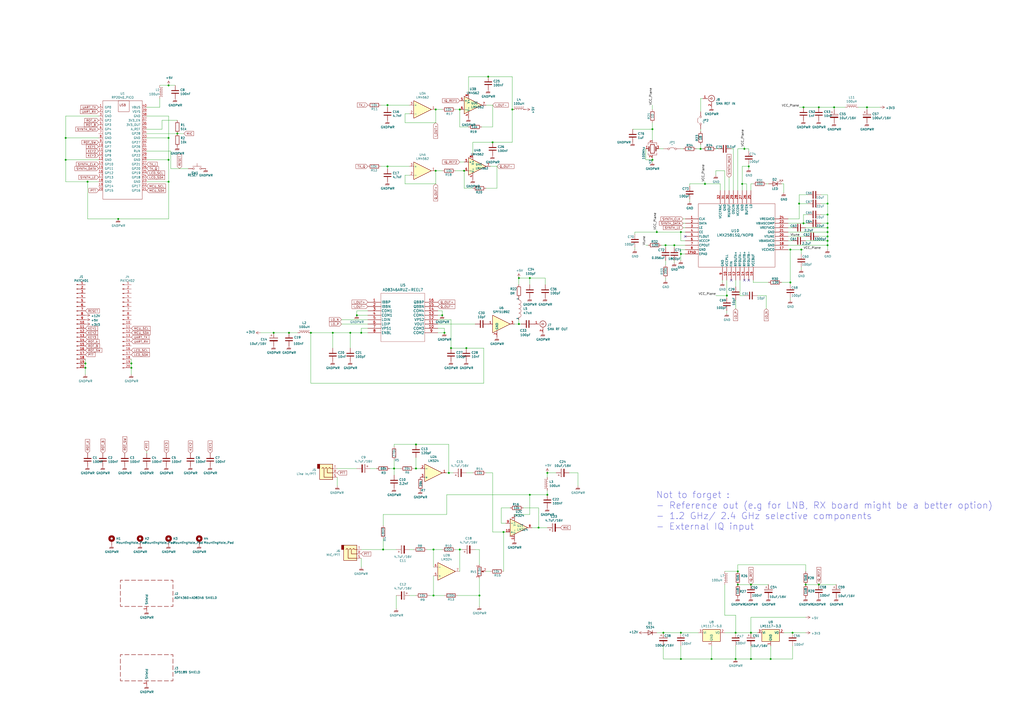
<source format=kicad_sch>
(kicad_sch (version 20231120) (generator "eeschema") (generator_version "8.0")
  (paper "A2")
  (junction (at 222.25 318.77))
  (junction (at 459.74 367.03))
  (junction (at 480.06 134.62))
  (junction (at 426.72 367.03))
  (junction (at 381 134.62))
  (junction (at 307.34 161.29))
  (junction (at 391.16 142.24))
  (junction (at 502.92 62.23))
  (junction (at 435.61 382.27))
  (junction (at 278.13 345.44))
  (junction (at 292.1 308.61))
  (junction (at 241.3 257.81))
  (junction (at 224.79 96.52))
  (junction (at 97.79 92.71))
  (junction (at 297.18 63.5))
  (junction (at 241.3 271.78))
  (junction (at 269.24 99.06))
  (junction (at 300.99 187.96))
  (junction (at 300.99 161.29))
  (junction (at 480.06 132.08))
  (junction (at 257.81 193.04))
  (junction (at 251.46 318.77))
  (junction (at 209.55 193.04))
  (junction (at 68.58 127))
  (junction (at 180.34 193.04))
  (junction (at 252.73 63.5))
  (junction (at 97.79 49.53))
  (junction (at 378.46 74.93))
  (junction (at 406.4 86.36))
  (junction (at 167.64 193.04))
  (junction (at 207.01 182.88))
  (junction (at 464.82 144.78))
  (junction (at 266.7 318.77))
  (junction (at 480.06 142.24))
  (junction (at 480.06 139.7))
  (junction (at 102.87 77.47))
  (junction (at 252.73 99.06))
  (junction (at 480.06 129.54))
  (junction (at 38.1 92.71))
  (junction (at 427.99 339.09))
  (junction (at 285.75 82.55))
  (junction (at 480.06 137.16))
  (junction (at 431.8 86.36))
  (junction (at 261.62 201.93))
  (junction (at 270.51 201.93))
  (junction (at 434.34 96.52))
  (junction (at 49.53 210.82))
  (junction (at 97.79 80.01))
  (junction (at 483.87 62.23))
  (junction (at 394.97 134.62))
  (junction (at 158.75 193.04))
  (junction (at 430.53 106.68))
  (junction (at 427.99 331.47))
  (junction (at 426.72 382.27))
  (junction (at 266.7 63.5))
  (junction (at 458.47 144.78))
  (junction (at 435.61 339.09))
  (junction (at 467.36 339.09))
  (junction (at 76.2 213.36))
  (junction (at 394.97 147.32))
  (junction (at 203.2 193.04))
  (junction (at 458.47 163.83))
  (junction (at 384.81 367.03))
  (junction (at 421.64 171.45))
  (junction (at 435.61 367.03))
  (junction (at 317.5 274.32))
  (junction (at 378.46 92.71))
  (junction (at 260.35 274.32))
  (junction (at 466.09 129.54))
  (junction (at 76.2 210.82))
  (junction (at 466.09 62.23))
  (junction (at 474.98 62.23))
  (junction (at 283.21 44.45))
  (junction (at 447.04 382.27))
  (junction (at 480.06 118.11))
  (junction (at 317.5 287.02))
  (junction (at 408.94 106.68))
  (junction (at 386.08 142.24))
  (junction (at 307.34 287.02))
  (junction (at 38.1 80.01))
  (junction (at 193.04 193.04))
  (junction (at 49.53 213.36))
  (junction (at 97.79 105.41))
  (junction (at 474.98 339.09))
  (junction (at 224.79 60.96))
  (junction (at 256.54 182.88))
  (junction (at 412.75 382.27))
  (junction (at 394.97 367.03))
  (junction (at 463.55 118.11))
  (junction (at 312.42 306.07))
  (junction (at 480.06 124.46))
  (junction (at 394.97 382.27))
  (junction (at 50.8 105.41))
  (junction (at 251.46 345.44))
  (junction (at 228.6 271.78))
  (no_connect (at 431.8 162.56))
  (no_connect (at 424.18 162.56))
  (no_connect (at 397.51 137.16))
  (no_connect (at 434.34 162.56))
  (wire (pts (xy 298.45 298.45) (xy 307.34 298.45)))
  (wire (pts (xy 264.16 63.5) (xy 266.7 63.5)))
  (wire (pts (xy 426.72 382.27) (xy 435.61 382.27)))
  (wire (pts (xy 167.64 193.04) (xy 172.72 193.04)))
  (wire (pts (xy 256.54 182.88) (xy 254 182.88)))
  (wire (pts (xy 426.72 166.37) (xy 426.72 162.56)))
  (wire (pts (xy 97.79 80.01) (xy 97.79 92.71)))
  (wire (pts (xy 85.09 62.23) (xy 92.71 62.23)))
  (wire (pts (xy 483.87 62.23) (xy 490.22 62.23)))
  (wire (pts (xy 285.75 274.32) (xy 285.75 308.61)))
  (wire (pts (xy 476.25 124.46) (xy 480.06 124.46)))
  (wire (pts (xy 408.94 106.68) (xy 417.83 106.68)))
  (wire (pts (xy 76.2 213.36) (xy 76.2 210.82)))
  (wire (pts (xy 391.16 142.24) (xy 391.16 143.51)))
  (wire (pts (xy 278.13 345.44) (xy 278.13 351.79)))
  (wire (pts (xy 374.65 86.36) (xy 374.65 92.71)))
  (wire (pts (xy 97.79 67.31) (xy 97.79 80.01)))
  (wire (pts (xy 464.82 144.78) (xy 466.09 144.78)))
  (wire (pts (xy 247.65 318.77) (xy 251.46 318.77)))
  (wire (pts (xy 417.83 106.68) (xy 417.83 110.49)))
  (wire (pts (xy 251.46 328.93) (xy 251.46 318.77)))
  (wire (pts (xy 406.4 57.15) (xy 406.4 64.77)))
  (wire (pts (xy 213.36 190.5) (xy 209.55 190.5)))
  (wire (pts (xy 420.37 99.06) (xy 415.29 99.06)))
  (wire (pts (xy 396.24 129.54) (xy 397.51 129.54)))
  (wire (pts (xy 374.65 142.24) (xy 375.92 142.24)))
  (wire (pts (xy 278.13 345.44) (xy 265.43 345.44)))
  (wire (pts (xy 280.67 201.93) (xy 270.51 201.93)))
  (wire (pts (xy 480.06 137.16) (xy 480.06 139.7)))
  (wire (pts (xy 234.95 101.6) (xy 234.95 106.68)))
  (wire (pts (xy 480.06 142.24) (xy 480.06 139.7)))
  (wire (pts (xy 454.66 106.68) (xy 454.66 111.76)))
  (wire (pts (xy 224.79 62.23) (xy 224.79 60.96)))
  (wire (pts (xy 207.01 271.78) (xy 195.58 271.78)))
  (wire (pts (xy 99.06 87.63) (xy 99.06 97.79)))
  (wire (pts (xy 421.64 171.45) (xy 421.64 172.72)))
  (wire (pts (xy 214.63 271.78) (xy 218.44 271.78)))
  (wire (pts (xy 209.55 318.77) (xy 222.25 318.77)))
  (wire (pts (xy 300.99 185.42) (xy 300.99 187.96)))
  (wire (pts (xy 466.09 129.54) (xy 468.63 129.54)))
  (wire (pts (xy 234.95 66.04) (xy 234.95 71.12)))
  (wire (pts (xy 241.3 345.44) (xy 237.49 345.44)))
  (wire (pts (xy 394.97 86.36) (xy 396.24 86.36)))
  (wire (pts (xy 426.72 356.87) (xy 420.37 356.87)))
  (wire (pts (xy 434.34 96.52) (xy 434.34 97.79)))
  (wire (pts (xy 203.2 193.04) (xy 209.55 193.04)))
  (wire (pts (xy 427.99 86.36) (xy 431.8 86.36)))
  (wire (pts (xy 198.12 187.96) (xy 213.36 187.96)))
  (wire (pts (xy 394.97 134.62) (xy 397.51 134.62)))
  (wire (pts (xy 193.04 193.04) (xy 203.2 193.04)))
  (wire (pts (xy 415.29 99.06) (xy 415.29 101.6)))
  (wire (pts (xy 463.55 113.03) (xy 463.55 118.11)))
  (wire (pts (xy 300.99 187.96) (xy 302.26 187.96)))
  (wire (pts (xy 427.99 331.47) (xy 427.99 327.66)))
  (wire (pts (xy 57.15 80.01) (xy 38.1 80.01)))
  (wire (pts (xy 224.79 60.96) (xy 237.49 60.96)))
  (wire (pts (xy 57.15 105.41) (xy 50.8 105.41)))
  (wire (pts (xy 240.03 271.78) (xy 241.3 271.78)))
  (wire (pts (xy 229.87 345.44) (xy 229.87 353.06)))
  (wire (pts (xy 430.53 96.52) (xy 434.34 96.52)))
  (wire (pts (xy 447.04 382.27) (xy 459.74 382.27)))
  (wire (pts (xy 180.34 193.04) (xy 180.34 222.25)))
  (wire (pts (xy 260.35 257.81) (xy 260.35 274.32)))
  (wire (pts (xy 453.39 106.68) (xy 454.66 106.68)))
  (wire (pts (xy 198.12 185.42) (xy 213.36 185.42)))
  (wire (pts (xy 317.5 284.48) (xy 317.5 287.02)))
  (wire (pts (xy 468.63 118.11) (xy 463.55 118.11)))
  (wire (pts (xy 193.04 201.93) (xy 193.04 193.04)))
  (wire (pts (xy 209.55 193.04) (xy 213.36 193.04)))
  (wire (pts (xy 394.97 367.03) (xy 405.13 367.03)))
  (wire (pts (xy 269.24 99.06) (xy 269.24 109.22)))
  (wire (pts (xy 279.4 73.66) (xy 285.75 73.66)))
  (wire (pts (xy 426.72 367.03) (xy 426.72 356.87)))
  (wire (pts (xy 85.09 67.31) (xy 97.79 67.31)))
  (wire (pts (xy 431.8 86.36) (xy 434.34 86.36)))
  (wire (pts (xy 307.34 161.29) (xy 316.23 161.29)))
  (wire (pts (xy 397.51 144.78) (xy 394.97 144.78)))
  (wire (pts (xy 391.16 151.13) (xy 391.16 152.4)))
  (wire (pts (xy 278.13 335.28) (xy 278.13 345.44)))
  (wire (pts (xy 264.16 318.77) (xy 266.7 318.77)))
  (wire (pts (xy 480.06 113.03) (xy 480.06 118.11)))
  (wire (pts (xy 397.51 147.32) (xy 394.97 147.32)))
  (wire (pts (xy 434.34 95.25) (xy 434.34 96.52)))
  (wire (pts (xy 254 180.34) (xy 256.54 180.34)))
  (wire (pts (xy 424.18 86.36) (xy 425.45 86.36)))
  (wire (pts (xy 266.7 93.98) (xy 269.24 93.98)))
  (wire (pts (xy 257.81 190.5) (xy 257.81 193.04)))
  (wire (pts (xy 97.79 127) (xy 97.79 105.41)))
  (wire (pts (xy 85.09 77.47) (xy 102.87 77.47)))
  (wire (pts (xy 76.2 210.82) (xy 76.2 208.28)))
  (wire (pts (xy 457.2 142.24) (xy 480.06 142.24)))
  (wire (pts (xy 420.37 356.87) (xy 420.37 339.09)))
  (wire (pts (xy 266.7 73.66) (xy 266.7 63.5)))
  (wire (pts (xy 406.4 83.82) (xy 406.4 86.36)))
  (wire (pts (xy 368.3 135.89) (xy 368.3 134.62)))
  (wire (pts (xy 396.24 132.08) (xy 397.51 132.08)))
  (wire (pts (xy 92.71 49.53) (xy 97.79 49.53)))
  (wire (pts (xy 430.53 106.68) (xy 430.53 96.52)))
  (wire (pts (xy 466.09 62.23) (xy 474.98 62.23)))
  (wire (pts (xy 292.1 331.47) (xy 292.1 308.61)))
  (wire (pts (xy 85.09 105.41) (xy 97.79 105.41)))
  (wire (pts (xy 453.39 163.83) (xy 458.47 163.83)))
  (wire (pts (xy 458.47 144.78) (xy 464.82 144.78)))
  (wire (pts (xy 458.47 172.72) (xy 458.47 173.99)))
  (wire (pts (xy 195.58 281.94) (xy 195.58 276.86)))
  (wire (pts (xy 444.5 179.07) (xy 444.5 171.45)))
  (wire (pts (xy 457.2 132.08) (xy 459.74 132.08)))
  (wire (pts (xy 480.06 118.11) (xy 480.06 124.46)))
  (wire (pts (xy 407.67 57.15) (xy 406.4 57.15)))
  (wire (pts (xy 457.2 134.62) (xy 480.06 134.62)))
  (wire (pts (xy 297.18 44.45) (xy 297.18 63.5)))
  (wire (pts (xy 241.3 257.81) (xy 260.35 257.81)))
  (wire (pts (xy 193.04 193.04) (xy 180.34 193.04)))
  (wire (pts (xy 480.06 134.62) (xy 480.06 137.16)))
  (wire (pts (xy 386.08 151.13) (xy 386.08 153.67)))
  (wire (pts (xy 261.62 185.42) (xy 261.62 201.93)))
  (wire (pts (xy 386.08 161.29) (xy 386.08 162.56)))
  (wire (pts (xy 228.6 257.81) (xy 241.3 257.81)))
  (wire (pts (xy 228.6 275.59) (xy 228.6 271.78)))
  (wire (pts (xy 316.23 161.29) (xy 316.23 165.1)))
  (wire (pts (xy 222.25 298.45) (xy 222.25 304.8)))
  (wire (pts (xy 464.82 154.94) (xy 464.82 156.21)))
  (wire (pts (xy 427.99 327.66) (xy 467.36 327.66)))
  (wire (pts (xy 274.32 88.9) (xy 274.32 82.55)))
  (wire (pts (xy 300.99 161.29) (xy 307.34 161.29)))
  (wire (pts (xy 228.6 271.78) (xy 232.41 271.78)))
  (wire (pts (xy 406.4 86.36) (xy 407.67 86.36)))
  (wire (pts (xy 271.78 53.34) (xy 271.78 44.45)))
  (wire (pts (xy 38.1 92.71) (xy 38.1 80.01)))
  (wire (pts (xy 317.5 274.32) (xy 317.5 276.86)))
  (wire (pts (xy 254 187.96) (xy 275.59 187.96)))
  (wire (pts (xy 50.8 105.41) (xy 38.1 105.41)))
  (wire (pts (xy 270.51 274.32) (xy 274.32 274.32)))
  (wire (pts (xy 234.95 106.68) (xy 252.73 106.68)))
  (wire (pts (xy 297.18 63.5) (xy 297.18 82.55)))
  (wire (pts (xy 458.47 163.83) (xy 458.47 144.78)))
  (wire (pts (xy 252.73 99.06) (xy 256.54 99.06)))
  (wire (pts (xy 266.7 73.66) (xy 271.78 73.66)))
  (wire (pts (xy 394.97 147.32) (xy 394.97 151.13)))
  (wire (pts (xy 93.98 74.93) (xy 93.98 69.85)))
  (wire (pts (xy 281.94 331.47) (xy 284.48 331.47)))
  (wire (pts (xy 467.36 358.14) (xy 435.61 358.14)))
  (wire (pts (xy 458.47 165.1) (xy 458.47 163.83)))
  (wire (pts (xy 467.36 139.7) (xy 480.06 139.7)))
  (wire (pts (xy 38.1 80.01) (xy 38.1 67.31)))
  (wire (pts (xy 400.05 115.57) (xy 400.05 116.84)))
  (wire (pts (xy 502.92 62.23) (xy 510.54 62.23)))
  (wire (pts (xy 307.34 165.1) (xy 307.34 161.29)))
  (wire (pts (xy 85.09 87.63) (xy 99.06 87.63)))
  (wire (pts (xy 92.71 62.23) (xy 92.71 57.15)))
  (wire (pts (xy 254 185.42) (xy 261.62 185.42)))
  (wire (pts (xy 283.21 44.45) (xy 297.18 44.45)))
  (wire (pts (xy 281.94 109.22) (xy 288.29 109.22)))
  (wire (pts (xy 97.79 49.53) (xy 101.6 49.53)))
  (wire (pts (xy 378.46 71.12) (xy 378.46 74.93)))
  (wire (pts (xy 435.61 358.14) (xy 435.61 367.03)))
  (wire (pts (xy 259.08 298.45) (xy 222.25 298.45)))
  (wire (pts (xy 290.83 294.64) (xy 290.83 303.53)))
  (wire (pts (xy 430.53 110.49) (xy 430.53 106.68)))
  (wire (pts (xy 259.08 274.32) (xy 260.35 274.32)))
  (wire (pts (xy 298.45 187.96) (xy 300.99 187.96)))
  (wire (pts (xy 403.86 86.36) (xy 406.4 86.36)))
  (wire (pts (xy 203.2 201.93) (xy 203.2 193.04)))
  (wire (pts (xy 427.99 110.49) (xy 427.99 86.36)))
  (wire (pts (xy 85.09 74.93) (xy 93.98 74.93)))
  (wire (pts (xy 237.49 101.6) (xy 234.95 101.6)))
  (wire (pts (xy 457.2 139.7) (xy 459.74 139.7)))
  (wire (pts (xy 444.5 106.68) (xy 445.77 106.68)))
  (wire (pts (xy 180.34 222.25) (xy 280.67 222.25)))
  (wire (pts (xy 427.99 331.47) (xy 420.37 331.47)))
  (wire (pts (xy 274.32 82.55) (xy 285.75 82.55)))
  (wire (pts (xy 483.87 62.23) (xy 483.87 63.5)))
  (wire (pts (xy 224.79 97.79) (xy 224.79 96.52)))
  (wire (pts (xy 288.29 109.22) (xy 288.29 96.52)))
  (wire (pts (xy 381 133.35) (xy 381 134.62)))
  (wire (pts (xy 49.53 213.36) (xy 49.53 217.17)))
  (wire (pts (xy 234.95 71.12) (xy 252.73 71.12)))
  (wire (pts (xy 38.1 67.31) (xy 57.15 67.31)))
  (wire (pts (xy 285.75 73.66) (xy 285.75 60.96)))
  (wire (pts (xy 237.49 66.04) (xy 234.95 66.04)))
  (wire (pts (xy 435.61 339.09) (xy 445.77 339.09)))
  (wire (pts (xy 454.66 367.03) (xy 459.74 367.03)))
  (wire (pts (xy 151.13 193.04) (xy 158.75 193.04)))
  (wire (pts (xy 415.29 86.36) (xy 416.56 86.36)))
  (wire (pts (xy 435.61 382.27) (xy 447.04 382.27)))
  (wire (pts (xy 85.09 92.71) (xy 97.79 92.71)))
  (wire (pts (xy 421.64 162.56) (xy 421.64 171.45)))
  (wire (pts (xy 476.25 113.03) (xy 480.06 113.03)))
  (wire (pts (xy 467.36 132.08) (xy 480.06 132.08)))
  (wire (pts (xy 396.24 127) (xy 397.51 127)))
  (wire (pts (xy 378.46 91.44) (xy 378.46 92.71)))
  (wire (pts (xy 228.6 259.08) (xy 228.6 257.81)))
  (wire (pts (xy 382.27 86.36) (xy 384.81 86.36)))
  (wire (pts (xy 391.16 142.24) (xy 397.51 142.24)))
  (wire (pts (xy 378.46 74.93) (xy 378.46 81.28)))
  (wire (pts (xy 431.8 85.09) (xy 431.8 86.36)))
  (wire (pts (xy 213.36 180.34) (xy 207.01 180.34)))
  (wire (pts (xy 228.6 266.7) (xy 228.6 271.78)))
  (wire (pts (xy 466.09 124.46) (xy 468.63 124.46)))
  (wire (pts (xy 209.55 190.5) (xy 209.55 193.04)))
  (wire (pts (xy 431.8 171.45) (xy 429.26 171.45)))
  (wire (pts (xy 474.98 62.23) (xy 483.87 62.23)))
  (wire (pts (xy 224.79 96.52) (xy 237.49 96.52)))
  (wire (pts (xy 269.24 109.22) (xy 274.32 109.22)))
  (wire (pts (xy 280.67 222.25) (xy 280.67 201.93)))
  (wire (pts (xy 251.46 345.44) (xy 248.92 345.44)))
  (wire (pts (xy 463.55 62.23) (xy 466.09 62.23)))
  (wire (pts (xy 412.75 382.27) (xy 426.72 382.27)))
  (wire (pts (xy 209.55 328.93) (xy 209.55 323.85)))
  (wire (pts (xy 297.18 82.55) (xy 285.75 82.55)))
  (wire (pts (xy 368.3 134.62) (xy 381 134.62)))
  (wire (pts (xy 252.73 71.12) (xy 252.73 63.5)))
  (wire (pts (xy 285.75 60.96) (xy 281.94 60.96)))
  (wire (pts (xy 457.2 129.54) (xy 466.09 129.54)))
  (wire (pts (xy 220.98 96.52) (xy 224.79 96.52)))
  (wire (pts (xy 422.91 102.87) (xy 422.91 110.49)))
  (wire (pts (xy 412.75 374.65) (xy 412.75 382.27)))
  (wire (pts (xy 222.25 318.77) (xy 229.87 318.77)))
  (wire (pts (xy 480.06 124.46) (xy 480.06 129.54)))
  (wire (pts (xy 259.08 287.02) (xy 259.08 298.45)))
  (wire (pts (xy 226.06 271.78) (xy 228.6 271.78)))
  (wire (pts (xy 335.28 281.94) (xy 335.28 274.32)))
  (wire (pts (xy 425.45 110.49) (xy 425.45 86.36)))
  (wire (pts (xy 312.42 294.64) (xy 312.42 306.07)))
  (wire (pts (xy 252.73 106.68) (xy 252.73 99.06)))
  (wire (pts (xy 474.98 137.16) (xy 480.06 137.16)))
  (wire (pts (xy 435.61 106.68) (xy 436.88 106.68)))
  (wire (pts (xy 38.1 105.41) (xy 38.1 92.71)))
  (wire (pts (xy 459.74 367.03) (xy 467.36 367.03)))
  (wire (pts (xy 99.06 97.79) (xy 109.22 97.79)))
  (wire (pts (xy 237.49 318.77) (xy 240.03 318.77)))
  (wire (pts (xy 97.79 105.41) (xy 97.79 92.71)))
  (wire (pts (xy 251.46 334.01) (xy 251.46 345.44)))
  (wire (pts (xy 459.74 382.27) (xy 459.74 374.65)))
  (wire (pts (xy 447.04 374.65) (xy 447.04 382.27)))
  (wire (pts (xy 497.84 62.23) (xy 502.92 62.23)))
  (wire (pts (xy 93.98 69.85) (xy 102.87 69.85)))
  (wire (pts (xy 394.97 134.62) (xy 394.97 139.7)))
  (wire (pts (xy 429.26 171.45) (xy 429.26 162.56)))
  (wire (pts (xy 307.34 298.45) (xy 307.34 287.02)))
  (wire (pts (xy 50.8 105.41) (xy 50.8 127)))
  (wire (pts (xy 254 190.5) (xy 257.81 190.5)))
  (wire (pts (xy 476.25 129.54) (xy 480.06 129.54)))
  (wire (pts (xy 49.53 208.28) (xy 49.53 210.82)))
  (wire (pts (xy 68.58 127) (xy 97.79 127)))
  (wire (pts (xy 50.8 127) (xy 68.58 127)))
  (wire (pts (xy 256.54 180.34) (xy 256.54 182.88)))
  (wire (pts (xy 266.7 331.47) (xy 266.7 318.77)))
  (wire (pts (xy 394.97 144.78) (xy 394.97 147.32)))
  (wire (pts (xy 381 367.03) (xy 384.81 367.03)))
  (wire (pts (xy 312.42 306.07) (xy 317.5 306.07)))
  (wire (pts (xy 436.88 163.83) (xy 445.77 163.83)))
  (wire (pts (xy 207.01 182.88) (xy 213.36 182.88)))
  (wire (pts (xy 275.59 318.77) (xy 278.13 318.77)))
  (wire (pts (xy 295.91 294.64) (xy 290.83 294.64)))
  (wire (pts (xy 381 134.62) (xy 394.97 134.62)))
  (wire (pts (xy 466.09 124.46) (xy 466.09 129.54)))
  (wire (pts (xy 436.88 162.56) (xy 436.88 163.83)))
  (wire (pts (xy 420.37 110.49) (xy 420.37 99.06)))
  (wire (pts (xy 257.81 345.44) (xy 251.46 345.44)))
  (wire (pts (xy 102.87 77.47) (xy 106.68 77.47)))
  (wire (pts (xy 435.61 374.65) (xy 435.61 382.27)))
  (wire (pts (xy 290.83 303.53) (xy 293.37 303.53)))
  (wire (pts (xy 307.34 287.02) (xy 259.08 287.02)))
  (wire (pts (xy 264.16 99.06) (xy 269.24 99.06)))
  (wire (pts (xy 480.06 129.54) (xy 480.06 132.08)))
  (wire (pts (xy 457.2 137.16) (xy 467.36 137.16)))
  (wire (pts (xy 394.97 374.65) (xy 394.97 382.27)))
  (wire (pts (xy 386.08 142.24) (xy 391.16 142.24)))
  (wire (pts (xy 467.36 327.66) (xy 467.36 331.47)))
  (wire (pts (xy 241.3 265.43) (xy 241.3 271.78)))
  (wire (pts (xy 502.92 62.23) (xy 502.92 63.5)))
  (wire (pts (xy 426.72 374.65) (xy 426.72 382.27)))
  (wire (pts (xy 433.07 106.68) (xy 430.53 106.68)))
  (wire (pts (xy 467.36 339.09) (xy 474.98 339.09)))
  (wire (pts (xy 386.08 142.24) (xy 386.08 143.51)))
  (wire (pts (xy 270.51 201.93) (xy 261.62 201.93)))
  (wire (pts (xy 220.98 60.96) (xy 224.79 60.96)))
  (wire (pts (xy 433.07 110.49) (xy 433.07 106.68)))
  (wire (pts (xy 420.37 367.03) (xy 426.72 367.03)))
  (wire (pts (xy 285.75 308.61) (xy 292.1 308.61)))
  (wire (pts (xy 260.35 274.32) (xy 262.89 274.32)))
  (wire (pts (xy 384.81 367.03) (xy 394.97 367.03)))
  (wire (pts (xy 435.61 367.03) (xy 439.42 367.03)))
  (wire (pts (xy 241.3 271.78) (xy 243.84 271.78)))
  (wire (pts (xy 300.99 165.1) (xy 300.99 161.29)))
  (wire (pts (xy 394.97 382.27) (xy 412.75 382.27)))
  (wire (pts (xy 158.75 193.04) (xy 167.64 193.04)))
  (wire (pts (xy 271.78 44.45) (xy 283.21 44.45)))
  (wire (pts (xy 222.25 312.42) (xy 222.25 318.77)))
  (wire (pts (xy 76.2 217.17) (xy 76.2 213.36)))
  (wire (pts (xy 49.53 213.36) (xy 49.53 210.82)))
  (wire (pts (xy 281.94 274.32) (xy 285.75 274.32)))
  (wire (pts (xy 252.73 63.5) (xy 256.54 63.5)))
  (wire (pts (xy 434.34 86.36) (xy 434.34 87.63)))
  (wire (pts (xy 421.64 171.45) (xy 415.29 171.45)))
  (wire (pts (xy 207.01 180.34) (xy 207.01 182.88)))
  (wire (pts (xy 400.05 106.68) (xy 408.94 106.68)))
  (wire (pts (xy 57.15 92.71) (xy 38.1 92.71)))
  (wire (pts (xy 308.61 306.07) (xy 312.42 306.07)))
  (wire (pts (xy 457.2 144.78) (xy 458.47 144.78)))
  (wire (pts (xy 406.4 74.93) (xy 406.4 76.2)))
  (wire (pts (xy 400.05 106.68) (xy 400.05 107.95)))
  (wire (pts (xy 292.1 308.61) (xy 293.37 308.61)))
  (wire (pts (xy 476.25 118.11) (xy 480.06 118.11)))
  (wire (pts (xy 427.99 339.09) (xy 435.61 339.09)))
  (wire (pts (xy 85.09 80.01) (xy 97.79 80.01)))
  (wire (pts (xy 85.09 261.62) (xy 85.09 262.89)))
  (wire (pts (xy 374.65 92.71) (xy 378.46 92.71)))
  (wire (pts (xy 474.98 339.09) (xy 485.14 339.09)))
  (wire (pts (xy 444.5 171.45) (xy 439.42 171.45)))
  (wire (pts (xy 426.72 179.07) (xy 426.72 173.99)))
  (wire (pts (xy 421.64 180.34) (xy 421.64 181.61)))
  (wire (pts (xy 457.2 127) (xy 463.55 127)))
  (wire (pts (xy 384.81 382.27) (xy 394.97 382.27)))
  (wire (pts (xy 368.3 143.51) (xy 368.3 144.78)))
  (wire (pts (xy 322.58 274.32) (xy 317.5 274.32)))
  (wire (pts (xy 435.61 110.49) (xy 435.61 106.68)))
  (wire (pts (xy 408.94 105.41) (xy 408.94 106.68)))
  (wire (pts (xy 278.13 318.77) (xy 278.13 327.66)))
  (wire (pts (xy 266.7 318.77) (xy 267.97 318.77)))
  (wire (pts (xy 251.46 318.77) (xy 256.54 318.77)))
  (wire (pts (xy 394.97 139.7) (xy 397.51 139.7)))
  (wire (pts (xy 383.54 142.24) (xy 386.08 142.24)))
  (wire (pts (xy 378.46 92.71) (xy 378.46 93.98)))
  (wire (pts (xy 468.63 113.03) (xy 463.55 113.03)))
  (wire (pts (xy 307.34 287.02) (xy 317.5 287.02)))
  (wire (pts (xy 288.29 96.52) (xy 284.48 96.52)))
  (wire (pts (xy 335.28 274.32) (xy 330.2 274.32)))
  (wire (pts (xy 378.46 60.96) (xy 378.46 63.5)))
  (wire (pts (xy 464.82 144.78) (xy 464.82 147.32)))
  (wire (pts (xy 367.03 74.93) (xy 378.46 74.93)))
  (wire (pts (xy 463.55 118.11) (xy 463.55 127)))
  (wire (pts (xy 303.53 294.64) (xy 312.42 294.64)))
  (wire (pts (xy 419.1 162.56) (xy 419.1 163.83)))
  (wire (pts (xy 480.06 142.24) (xy 480.06 144.78)))
  (wire (pts (xy 480.06 132.08) (xy 480.06 134.62)))
  (wire (pts (xy 426.72 367.03) (xy 435.61 367.03)))
  (wire (pts (xy 384.81 374.65) (xy 384.81 382.27)))
  (wire (pts (xy 257.81 193.04) (xy 254 193.04)))
  (text "Not to forget :\n- Reference out (e.g for LNB, RX board might be a better option)\n- 1.2 GHz/ 2.4 GHz selective components\n- External IQ input" (at 380.492 296.418 0) (effects (font (size 3.81 3.81)) (justify left)))
  (label "VCC_Plane" (at 463.55 62.23 180))
  (label "Vtune" (at 374.65 142.24 90))
  (label "VCC_Plane" (at 466.09 144.78 0))
  (label "VCC_Plane" (at 381 133.35 90))
  (label "VCC_Plane" (at 408.94 105.41 90))
  (label "VCC_Plane" (at 415.29 171.45 180))
  (label "VCC_Plane" (at 431.8 85.09 90))
  (label "VCC_Plane" (at 378.46 60.96 90))
  (label "Vtune" (at 458.47 137.16 0))
  (global_label "IQ_REF2" (shape input) (at 266.7 93.98 180) (property "Intersheetrefs" "${INTERSHEET_REFS}" (effects (hide yes))))
  (global_label "LO_N" (shape input) (at 198.12 185.42 180) (property "Intersheetrefs" "${INTERSHEET_REFS}" (effects (hide yes))))
  (global_label "ROT_B" (shape input) (at 57.15 72.39 180) (property "Intersheetrefs" "${INTERSHEET_REFS}" (effects (hide yes))))
  (global_label "UART_RX" (shape input) (at 57.15 64.77 180) (property "Intersheetrefs" "${INTERSHEET_REFS}" (effects (hide yes))))
  (global_label "LCD_SDA" (shape input) (at 85.09 102.87 0) (property "Intersheetrefs" "${INTERSHEET_REFS}" (effects (hide yes))))
  (global_label "SYNTH_CLK" (shape input) (at 57.15 95.25 180) (property "Intersheetrefs" "${INTERSHEET_REFS}" (effects (hide yes))))
  (global_label "LCD_SCL" (shape input) (at 85.09 100.33 0) (property "Intersheetrefs" "${INTERSHEET_REFS}" (effects (hide yes))))
  (global_label "SYNTH_CLK" (shape input) (at 396.24 127 180) (property "Intersheetrefs" "${INTERSHEET_REFS}" (effects (hide yes))))
  (global_label "Q_OUT+" (shape input) (at 252.73 106.68 270) (property "Intersheetrefs" "${INTERSHEET_REFS}" (effects (hide yes))))
  (global_label "Q_OUT+" (shape input) (at 254 175.26 0) (property "Intersheetrefs" "${INTERSHEET_REFS}" (effects (hide yes))))
  (global_label "MCU_SCL" (shape input) (at 85.09 107.95 0) (property "Intersheetrefs" "${INTERSHEET_REFS}" (effects (hide yes))))
  (global_label "LO_N" (shape input) (at 444.5 179.07 270) (property "Intersheetrefs" "${INTERSHEET_REFS}" (effects (hide yes))))
  (global_label "UART_RX" (shape input) (at 76.2 198.12 0) (property "Intersheetrefs" "${INTERSHEET_REFS}" (effects (hide yes))))
  (global_label "KEY1" (shape input) (at 121.92 262.89 90) (property "Intersheetrefs" "${INTERSHEET_REFS}" (effects (hide yes))))
  (global_label "MCU_SDA" (shape input) (at 76.2 193.04 0) (property "Intersheetrefs" "${INTERSHEET_REFS}" (effects (hide yes))))
  (global_label "TX_Q" (shape input) (at 85.09 97.79 0) (property "Intersheetrefs" "${INTERSHEET_REFS}" (effects (hide yes))))
  (global_label "KEY1" (shape input) (at 57.15 85.09 180) (property "Intersheetrefs" "${INTERSHEET_REFS}" (effects (hide yes))))
  (global_label "ROT_SW" (shape input) (at 49.53 203.2 0) (property "Intersheetrefs" "${INTERSHEET_REFS}" (effects (hide yes))))
  (global_label "I_OUT-" (shape input) (at 213.36 177.8 180) (property "Intersheetrefs" "${INTERSHEET_REFS}" (effects (hide yes))))
  (global_label "PTT" (shape input) (at 195.58 274.32 0) (property "Intersheetrefs" "${INTERSHEET_REFS}" (effects (hide yes))))
  (global_label "MIC" (shape input) (at 106.68 77.47 0) (property "Intersheetrefs" "${INTERSHEET_REFS}" (effects (hide yes))))
  (global_label "KEY3" (shape input) (at 57.15 90.17 180) (property "Intersheetrefs" "${INTERSHEET_REFS}" (effects (hide yes))))
  (global_label "KEY2" (shape input) (at 57.15 87.63 180) (property "Intersheetrefs" "${INTERSHEET_REFS}" (effects (hide yes))))
  (global_label "MIC" (shape input) (at 325.12 306.07 0) (property "Intersheetrefs" "${INTERSHEET_REFS}" (effects (hide yes))))
  (global_label "KEY2" (shape input) (at 49.53 193.04 0) (property "Intersheetrefs" "${INTERSHEET_REFS}" (effects (hide yes))))
  (global_label "SYNTH_LE" (shape input) (at 57.15 102.87 180) (property "Intersheetrefs" "${INTERSHEET_REFS}" (effects (hide yes))))
  (global_label "KEY2" (shape input) (at 110.49 262.89 90) (property "Intersheetrefs" "${INTERSHEET_REFS}" (effects (hide yes))))
  (global_label "ROT_B" (shape input) (at 49.53 200.66 0) (property "Intersheetrefs" "${INTERSHEET_REFS}" (effects (hide yes))))
  (global_label "TX_I" (shape input) (at 213.36 60.96 180) (property "Intersheetrefs" "${INTERSHEET_REFS}" (effects (hide yes))))
  (global_label "KEY1" (shape input) (at 49.53 190.5 0) (property "Intersheetrefs" "${INTERSHEET_REFS}" (effects (hide yes))))
  (global_label "Q_OUT-" (shape input) (at 288.29 96.52 0) (property "Intersheetrefs" "${INTERSHEET_REFS}" (effects (hide yes))))
  (global_label "ROT_A" (shape input) (at 50.8 262.89 90) (property "Intersheetrefs" "${INTERSHEET_REFS}" (effects (hide yes))))
  (global_label "UART_TX" (shape input) (at 57.15 62.23 180) (property "Intersheetrefs" "${INTERSHEET_REFS}" (effects (hide yes))))
  (global_label "UART_TX" (shape input) (at 76.2 195.58 0) (property "Intersheetrefs" "${INTERSHEET_REFS}" (effects (hide yes))))
  (global_label "I_OUT+" (shape input) (at 252.73 71.12 270) (property "Intersheetrefs" "${INTERSHEET_REFS}" (effects (hide yes))))
  (global_label "IQ_REF2" (shape input) (at 474.98 339.09 90) (property "Intersheetrefs" "${INTERSHEET_REFS}" (effects (hide yes))))
  (global_label "LCD_SCL" (shape input) (at 76.2 203.2 0) (property "Intersheetrefs" "${INTERSHEET_REFS}" (effects (hide yes))))
  (global_label "ROT_A" (shape input) (at 57.15 69.85 180) (property "Intersheetrefs" "${INTERSHEET_REFS}" (effects (hide yes))))
  (global_label "SYNTH_MUX" (shape input) (at 422.91 102.87 90) (property "Intersheetrefs" "${INTERSHEET_REFS}" (effects (hide yes))))
  (global_label "TX_I" (shape input) (at 85.09 95.25 0) (property "Intersheetrefs" "${INTERSHEET_REFS}" (effects (hide yes))))
  (global_label "SYNTH_MUX" (shape input) (at 57.15 74.93 180) (property "Intersheetrefs" "${INTERSHEET_REFS}" (effects (hide yes))))
  (global_label "I_OUT+" (shape input) (at 213.36 175.26 180) (property "Intersheetrefs" "${INTERSHEET_REFS}" (effects (hide yes))))
  (global_label "IQ_REF1" (shape input) (at 435.61 339.09 90) (property "Intersheetrefs" "${INTERSHEET_REFS}" (effects (hide yes))))
  (global_label "SYNTH_LE" (shape input) (at 396.24 132.08 180) (property "Intersheetrefs" "${INTERSHEET_REFS}" (effects (hide yes))))
  (global_label "ROT_B" (shape input) (at 59.69 262.89 90) (property "Intersheetrefs" "${INTERSHEET_REFS}" (effects (hide yes))))
  (global_label "TX_Q" (shape input) (at 213.36 96.52 180) (property "Intersheetrefs" "${INTERSHEET_REFS}" (effects (hide yes))))
  (global_label "LO_P" (shape input) (at 198.12 187.96 180) (property "Intersheetrefs" "${INTERSHEET_REFS}" (effects (hide yes))))
  (global_label "SYNTH_DATA" (shape input) (at 57.15 97.79 180) (property "Intersheetrefs" "${INTERSHEET_REFS}" (effects (hide yes))))
  (global_label "LCD_SDA" (shape input) (at 76.2 205.74 0) (property "Intersheetrefs" "${INTERSHEET_REFS}" (effects (hide yes))))
  (global_label "ROT_SW" (shape input) (at 72.39 262.89 90) (property "Intersheetrefs" "${INTERSHEET_REFS}" (effects (hide yes))))
  (global_label "PTT" (shape input) (at 57.15 110.49 180) (property "Intersheetrefs" "${INTERSHEET_REFS}" (effects (hide yes))))
  (global_label "LO_P" (shape input) (at 426.72 179.07 270) (property "Intersheetrefs" "${INTERSHEET_REFS}" (effects (hide yes))))
  (global_label "IQ_REF1" (shape input) (at 266.7 58.42 180) (property "Intersheetrefs" "${INTERSHEET_REFS}" (effects (hide yes))))
  (global_label "KEY3" (shape input) (at 96.52 262.89 90) (property "Intersheetrefs" "${INTERSHEET_REFS}" (effects (hide yes))))
  (global_label "PTT" (shape input) (at 49.53 205.74 0) (property "Intersheetrefs" "${INTERSHEET_REFS}" (effects (hide yes))))
  (global_label "Q_OUT-" (shape input) (at 254 177.8 0) (property "Intersheetrefs" "${INTERSHEET_REFS}" (effects (hide yes))))
  (global_label "SYNTH_DATA" (shape input) (at 396.24 129.54 180) (property "Intersheetrefs" "${INTERSHEET_REFS}" (effects (hide yes))))
  (global_label "KEY3" (shape input) (at 49.53 195.58 0) (property "Intersheetrefs" "${INTERSHEET_REFS}" (effects (hide yes))))
  (global_label "RESET" (shape input) (at 49.53 180.34 0) (property "Intersheetrefs" "${INTERSHEET_REFS}" (effects (hide yes))))
  (global_label "I_OUT-" (shape input) (at 285.75 60.96 0) (property "Intersheetrefs" "${INTERSHEET_REFS}" (effects (hide yes))))
  (global_label "RESET" (shape input) (at 104.14 97.79 90) (property "Intersheetrefs" "${INTERSHEET_REFS}" (effects (hide yes))))
  (global_label "MCU_SCL" (shape input) (at 76.2 190.5 0) (property "Intersheetrefs" "${INTERSHEET_REFS}" (effects (hide yes))))
  (global_label "PTT" (shape input) (at 209.55 321.31 0) (property "Intersheetrefs" "${INTERSHEET_REFS}" (effects (hide yes))))
  (global_label "ROT_A" (shape input) (at 49.53 198.12 0) (property "Intersheetrefs" "${INTERSHEET_REFS}" (effects (hide yes))))
  (global_label "PTT" (shape input) (at 85.09 261.62 90) (property "Intersheetrefs" "${INTERSHEET_REFS}" (effects (hide yes))))
  (global_label "ROT_SW" (shape input) (at 57.15 82.55 180) (property "Intersheetrefs" "${INTERSHEET_REFS}" (effects (hide yes))))
  (global_label "MCU_SDA" (shape input) (at 85.09 110.49 0) (property "Intersheetrefs" "${INTERSHEET_REFS}" (effects (hide yes))))
  (symbol (lib_id "Device:C") (at 193.04 205.74 0) (unit 1)
    (property "Reference" "C20" (at 195.961 204.5716 0) (effects (justify left)))
    (property "Value" "10nF" (at 195.961 206.883 0) (effects (justify left)))
    (property "Footprint" "Capacitor_SMD:C_0805_2012Metric" (effects (hide yes)))
  )
  (symbol (lib_id "Amplifier_Operational:LM4562") (at 274.32 60.96 0) (unit 3)
    (property "Reference" "U3" (at 273.2532 59.7916 0) (effects (justify left)))
    (property "Value" "LM4562" (at 273.2532 62.103 0) (effects (justify left)))
    (property "Footprint" "Package_SO:SOIC-8_3.9x4.9mm_P1.27mm" (effects (hide yes)))
    (property "Datasheet" "http://www.ti.com/lit/ds/symlink/lm4562.pdf" (effects (hide yes)))
  )
  (symbol (lib_id "Device:C") (at 224.79 66.04 0) (unit 1)
    (property "Reference" "C16" (at 227.711 64.8716 0) (effects (justify left)))
    (property "Value" "4.7nF" (at 227.711 67.183 0) (effects (justify left)))
    (property "Footprint" "Capacitor_SMD:C_0805_2012Metric" (effects (hide yes)))
  )
  (symbol (lib_id "QO100_TX-rescue:GNDPWR-power") (at 261.62 209.55 0) (unit 1)
    (property "Reference" "#PWR49" (effects (hide yes)))
    (property "Value" "GNDPWR" (at 261.7216 213.4616 0))
  )
  (symbol (lib_id "Device:C") (at 474.98 66.04 0) (unit 1)
    (property "Reference" "C53" (at 477.901 64.8716 0) (effects (justify left)))
    (property "Value" "10nF" (at 477.901 67.183 0) (effects (justify left)))
    (property "Footprint" "Capacitor_SMD:C_0805_2012Metric" (effects (hide yes)))
  )
  (symbol (lib_id "Device:R") (at 275.59 73.66 90) (unit 1)
    (property "Reference" "R19" (at 276.606 76.454 90) (effects (justify left)))
    (property "Value" "1ok" (at 277.114 73.66 90) (effects (justify left)))
    (property "Footprint" "Resistor_SMD:R_0805_2012Metric" (effects (hide yes)))
  )
  (symbol (lib_id "QO100_TX-rescue:CP-Device") (at 271.78 318.77 90) (unit 1)
    (property "Reference" "C18" (at 271.78 312.293 90))
    (property "Value" "4.7uF/16V" (at 271.78 314.6044 90))
    (property "Footprint" "Capacitor_SMD:CP_Elec_4x5.4" (effects (hide yes)))
  )
  (symbol (lib_id "QO100_TX-rescue:Conn_01x20_Male-Connector") (at 71.12 187.96 0) (unit 1)
    (property "Reference" "J4" (at 73.8632 160.5026 0))
    (property "Value" "PATCH02" (at 73.8632 162.814 0))
    (property "Footprint" "Connector_PinHeader_2.54mm:PinHeader_1x20_P2.54mm_Vertical" (effects (hide yes)))
  )
  (symbol (lib_id "Device:C") (at 241.3 261.62 0) (unit 1)
    (property "Reference" "C13" (at 244.221 260.4516 0) (effects (justify left)))
    (property "Value" "120pF" (at 244.221 262.763 0) (effects (justify left)))
    (property "Footprint" "Capacitor_SMD:C_0805_2012Metric" (effects (hide yes)))
  )
  (symbol (lib_id "Device:R") (at 299.72 294.64 270) (unit 1)
    (property "Reference" "R16" (at 299.212 292.608 90))
    (property "Value" "10k" (at 299.72 294.64 90))
    (property "Footprint" "Resistor_SMD:R_0805_2012Metric" (effects (hide yes)))
  )
  (symbol (lib_id "QO100_TX-rescue:GNDPWR-power") (at 76.2 217.17 0) (unit 1)
    (property "Reference" "#PWR13" (effects (hide yes)))
    (property "Value" "GNDPWR" (at 76.3016 221.0816 0))
  )
  (symbol (lib_id "Device:R") (at 217.17 60.96 90) (unit 1)
    (property "Reference" "R11" (at 219.202 63.246 90) (effects (justify left)))
    (property "Value" "10k" (at 218.948 60.96 90) (effects (justify left)))
    (property "Footprint" "Resistor_SMD:R_0805_2012Metric" (effects (hide yes)))
  )
  (symbol (lib_id "Amplifier_Operational:LM324") (at 251.46 274.32 0) (mirror x) (unit 1)
    (property "Reference" "U2" (at 251.46 264.9982 0))
    (property "Value" "LM324" (at 251.46 267.3096 0))
    (property "Footprint" "Package_SO:SOIC-14_3.9x8.7mm_P1.27mm" (effects (hide yes)))
    (property "Datasheet" "http://www.ti.com/lit/ds/symlink/lm2902-n.pdf" (effects (hide yes)))
  )
  (symbol (lib_id "QO100_TX-rescue:GNDPWR-power") (at 415.29 101.6 0) (unit 1)
    (property "Reference" "#PWR101" (effects (hide yes)))
    (property "Value" "GND" (at 415.3916 105.5116 0))
  )
  (symbol (lib_id "QO100_TX-rescue:AudioJack3-Connector") (at 204.47 321.31 0) (mirror x) (unit 1)
    (property "Reference" "J6" (at 197.358 319.6082 0) (effects (justify right)))
    (property "Value" "MIC/PTT" (at 197.358 321.9196 0) (effects (justify right)))
    (property "Footprint" "uSDX_MONO_PCB_Library:Jack_3.5mm_PJ-320B-SMT_Horizontal_CORR" (effects (hide yes)))
  )
  (symbol (lib_id "Amplifier_Operational:LM324") (at 300.99 306.07 0) (mirror x) (unit 3)
    (property "Reference" "U2" (at 300.99 296.7482 0))
    (property "Value" "LM324" (at 300.99 299.0596 0))
    (property "Footprint" "Package_SO:SOIC-14_3.9x8.7mm_P1.27mm" (effects (hide yes)))
    (property "Datasheet" "http://www.ti.com/lit/ds/symlink/lm2902-n.pdf" (effects (hide yes)))
  )
  (symbol (lib_id "QO100_TX-rescue:GNDPWR-power") (at 271.78 68.58 0) (unit 1)
    (property "Reference" "#PWR39" (effects (hide yes)))
    (property "Value" "GNDPWR" (at 271.8816 72.4916 0))
  )
  (symbol (lib_id "Device:C") (at 72.39 266.7 0) (unit 1)
    (property "Reference" "C3" (at 75.311 265.5316 0) (effects (justify left)))
    (property "Value" "100nF" (at 75.311 267.843 0) (effects (justify left)))
    (property "Footprint" "Capacitor_SMD:C_0805_2012Metric" (effects (hide yes)))
  )
  (symbol (lib_id "QO100_TX-rescue:GNDPWR-power") (at 193.04 209.55 0) (unit 1)
    (property "Reference" "#PWR35" (effects (hide yes)))
    (property "Value" "GNDPWR" (at 193.1416 213.4616 0))
  )
  (symbol (lib_id "QO100_TX-rescue:+3.3V-power") (at 510.54 62.23 270) (unit 1)
    (property "Reference" "#PWR86" (effects (hide yes)))
    (property "Value" "+3V3" (at 513.7912 62.611 90) (effects (justify left)))
  )
  (symbol (lib_id "QO100_TX-rescue:CP-Device") (at 502.92 67.31 0) (unit 1)
    (property "Reference" "C57" (at 505.9172 66.1416 0) (effects (justify left)))
    (property "Value" "100uF/16V" (at 505.9172 68.453 0) (effects (justify left)))
    (property "Footprint" "Capacitor_SMD:CP_Elec_6.3x7.7" (effects (hide yes)))
  )
  (symbol (lib_id "QO100_TX-rescue:GNDPWR-power") (at 464.82 156.21 0) (unit 1)
    (property "Reference" "#PWR89" (effects (hide yes)))
    (property "Value" "GND" (at 464.9216 160.1216 0))
  )
  (symbol (lib_id "QO100_TX-rescue:L_Core_Ferrite-Device") (at 92.71 53.34 0) (unit 1)
    (property "Reference" "L1" (at 90.17 52.07 0) (effects (justify left)))
    (property "Value" "100uH" (at 86.36 54.61 0) (effects (justify left)))
    (property "Footprint" "Inductor_SMD:L_1210_3225Metric" (effects (hide yes)))
  )
  (symbol (lib_id "Amplifier_Operational:LM4562") (at 245.11 63.5 0) (unit 1)
    (property "Reference" "U3" (at 245.11 54.1782 0))
    (property "Value" "LM4562" (at 245.11 56.4896 0))
    (property "Footprint" "Package_SO:SOIC-8_3.9x4.9mm_P1.27mm" (effects (hide yes)))
    (property "Datasheet" "http://www.ti.com/lit/ds/symlink/lm4562.pdf" (effects (hide yes)))
  )
  (symbol (lib_id "QO100_TX-rescue:GNDPWR-power") (at 400.05 116.84 0) (unit 1)
    (property "Reference" "#PWR98" (effects (hide yes)))
    (property "Value" "GND" (at 400.1516 120.7516 0))
  )
  (symbol (lib_id "QO100_TX-rescue:GNDPWR-power") (at 229.87 353.06 0) (unit 1)
    (property "Reference" "#PWR27" (effects (hide yes)))
    (property "Value" "GNDPWR" (at 229.9716 356.9716 0))
  )
  (symbol (lib_id "QO100_TX-rescue:GNDPWR-power") (at 502.92 71.12 0) (unit 1)
    (property "Reference" "#PWR84" (effects (hide yes)))
    (property "Value" "GNDPWR" (at 503.0216 75.0316 0))
  )
  (symbol (lib_id "QO100_TX-rescue:GNDPWR-power") (at 445.77 346.71 0) (unit 1)
    (property "Reference" "#PWR79" (effects (hide yes)))
    (property "Value" "GNDPWR" (at 445.8716 350.6216 0))
  )
  (symbol (lib_id "Device:C") (at 471.17 137.16 90) (unit 1)
    (property "Reference" "C62" (at 469.9 136.144 90) (effects (justify left)))
    (property "Value" "3300pF" (at 479.552 138.684 90) (effects (justify left)))
    (property "Footprint" "Capacitor_SMD:C_0805_2012Metric" (effects (hide yes)))
  )
  (symbol (lib_id "QO100_TX-rescue:+3.3V-power") (at 49.53 187.96 270) (unit 1)
    (property "Reference" "#PWR6" (effects (hide yes)))
    (property "Value" "+3V3" (at 52.7812 188.341 90) (effects (justify left)))
  )
  (symbol (lib_id "Connector:Conn_Coaxial") (at 412.75 57.15 0) (unit 1)
    (property "Reference" "J8" (at 415.29 57.785 0) (effects (justify left)))
    (property "Value" "SMA REF IN" (at 415.29 60.0964 0) (effects (justify left)))
    (property "Footprint" "Connector_Coaxial:SMA_Samtec_SMA-J-P-X-ST-EM1_EdgeMount" (effects (hide yes)))
    (property "Datasheet" " ~" (effects (hide yes)))
  )
  (symbol (lib_id "Device:R") (at 449.58 163.83 90) (unit 1)
    (property "Reference" "R30" (at 449.58 161.798 90))
    (property "Value" "120" (at 449.834 163.83 90))
    (property "Footprint" "Resistor_SMD:R_0805_2012Metric" (effects (hide yes)))
  )
  (symbol (lib_id "Device:C") (at 464.82 151.13 0) (unit 1)
    (property "Reference" "C60" (at 465.328 148.844 0) (effects (justify left)))
    (property "Value" "100pF" (at 465.074 153.416 0) (effects (justify left)))
    (property "Footprint" "Capacitor_SMD:C_0805_2012Metric" (effects (hide yes)))
  )
  (symbol (lib_id "RF_Amplifier:SPF5189Z") (at 290.83 187.96 0) (unit 1)
    (property "Reference" "U6" (at 290.83 178.6382 0))
    (property "Value" "SPF5189Z" (at 290.83 180.9496 0))
    (property "Footprint" "Package_TO_SOT_SMD:SOT-89-3" (effects (hide yes)))
    (property "Datasheet" "www.qorvo.com/products/d/da001910" (effects (hide yes)))
  )
  (symbol (lib_id "Device:C") (at 101.6 53.34 0) (unit 1)
    (property "Reference" "C8" (at 104.521 52.1716 0) (effects (justify left)))
    (property "Value" "100nF" (at 104.521 54.483 0) (effects (justify left)))
    (property "Footprint" "Capacitor_SMD:C_0805_2012Metric" (effects (hide yes)))
  )
  (symbol (lib_id "Device:R") (at 243.84 318.77 90) (unit 1)
    (property "Reference" "R8" (at 243.586 316.738 90))
    (property "Value" "10k" (at 243.586 318.77 90))
    (property "Footprint" "Resistor_SMD:R_0805_2012Metric" (effects (hide yes)))
  )
  (symbol (lib_id "QO100_TX-rescue:GNDPWR-power") (at 485.14 346.71 0) (unit 1)
    (property "Reference" "#PWR87" (effects (hide yes)))
    (property "Value" "GNDPWR" (at 485.2416 350.6216 0))
  )
  (symbol (lib_id "QO100_TX-rescue:GNDPWR-power") (at 435.61 346.71 0) (unit 1)
    (property "Reference" "#PWR76" (effects (hide yes)))
    (property "Value" "GNDPWR" (at 435.7116 350.6216 0))
  )
  (symbol (lib_id "Jumper:Jumper_2_Bridged") (at 389.89 86.36 0) (unit 1) (exclude_from_sim yes)
    (property "Reference" "JP1" (at 389.89 82.55 0))
    (property "Value" "~" (at 389.89 83.82 0))
    (property "Description" "Jumper, 2-pole, closed/bridged" (effects (hide yes)))
  )
  (symbol (lib_id "QO100_TX-rescue:GNDPWR-power") (at 110.49 270.51 0) (unit 1)
    (property "Reference" "#PWR16" (effects (hide yes)))
    (property "Value" "GNDPWR" (at 110.5916 274.4216 0))
  )
  (symbol (lib_id "QO100_TX-rescue:+3.3V-power") (at 467.36 367.03 270) (unit 1)
    (property "Reference" "#PWR83" (effects (hide yes)))
    (property "Value" "+3V3" (at 470.6112 367.411 90) (effects (justify left)))
  )
  (symbol (lib_id "Device:R") (at 245.11 345.44 90) (unit 1)
    (property "Reference" "R9" (at 245.11 347.98 90))
    (property "Value" "10k" (at 245.11 345.44 90))
    (property "Footprint" "Resistor_SMD:R_0805_2012Metric" (effects (hide yes)))
  )
  (symbol (lib_id "Amplifier_Operational:LM4562") (at 274.32 60.96 0) (unit 2)
    (property "Reference" "U3" (at 274.32 51.6382 0))
    (property "Value" "LM4562" (at 274.32 53.9496 0))
    (property "Footprint" "Package_SO:SOIC-8_3.9x4.9mm_P1.27mm" (effects (hide yes)))
    (property "Datasheet" "http://www.ti.com/lit/ds/symlink/lm4562.pdf" (effects (hide yes)))
  )
  (symbol (lib_id "QO100_TX-rescue:GNDPWR-power") (at 314.96 193.04 0) (unit 1)
    (property "Reference" "#PWR60" (effects (hide yes)))
    (property "Value" "GNDPWR" (at 315.0616 196.9516 0))
  )
  (symbol (lib_id "QO100_TX-rescue:GNDPWR-power") (at 115.57 316.23 0) (unit 1)
    (property "Reference" "#PWR17" (effects (hide yes)))
    (property "Value" "GNDPWR" (at 115.6716 320.1416 0))
  )
  (symbol (lib_id "QO100_TX-rescue:GNDPWR-power") (at 59.69 270.51 0) (unit 1)
    (property "Reference" "#PWR2" (effects (hide yes)))
    (property "Value" "GNDPWR" (at 59.7916 274.4216 0))
  )
  (symbol (lib_id "Device:R") (at 406.4 80.01 180) (unit 1)
    (property "Reference" "R23" (at 404.368 80.01 90))
    (property "Value" "18" (at 406.4 80.01 90))
    (property "Footprint" "Resistor_SMD:R_0805_2012Metric" (effects (hide yes)))
  )
  (symbol (lib_id "Device:R") (at 411.48 86.36 90) (unit 1)
    (property "Reference" "R24" (at 411.48 84.328 90))
    (property "Value" "33" (at 411.48 86.36 90))
    (property "Footprint" "Resistor_SMD:R_0805_2012Metric" (effects (hide yes)))
  )
  (symbol (lib_id "QO100_TX-rescue:CP-Device") (at 485.14 342.9 0) (unit 1)
    (property "Reference" "C59" (at 486.156 340.614 0) (effects (justify left)))
    (property "Value" "10uF/16V" (at 486.156 345.694 0) (effects (justify left)))
    (property "Footprint" "Capacitor_SMD:CP_Elec_4x5.4" (effects (hide yes)))
  )
  (symbol (lib_id "QO100_TX-rescue:GNDPWR-power") (at 50.8 270.51 0) (unit 1)
    (property "Reference" "#PWR1" (effects (hide yes)))
    (property "Value" "GNDPWR" (at 50.9016 274.4216 0))
  )
  (symbol (lib_id "Device:C") (at 285.75 86.36 0) (unit 1)
    (property "Reference" "C26" (at 288.671 85.1916 0) (effects (justify left)))
    (property "Value" "100nF" (at 288.671 87.503 0) (effects (justify left)))
    (property "Footprint" "Capacitor_SMD:C_0805_2012Metric" (effects (hide yes)))
  )
  (symbol (lib_id "QO100_TX-rescue:GNDPWR-power") (at 367.03 82.55 0) (unit 1)
    (property "Reference" "#PWR100" (effects (hide yes)))
    (property "Value" "GNDPWR" (at 361.95 82.55 0))
  )
  (symbol (lib_id "LMX2581:LMX2581SQ_NOPB") (at 403.86 116.84 0) (unit 1)
    (property "Reference" "U10" (at 426.466 133.858 0) (effects (font (size 1.524 1.524))))
    (property "Value" "LMX2581SQ/NOPB" (at 426.466 136.398 0) (effects (font (size 1.524 1.524))))
    (property "Footprint" "footprints:LMX2581" (effects (hide yes)))
    (property "Datasheet" "LMX2581SQ/NOPB" (effects (hide yes)))
  )
  (symbol (lib_id "QO100_TX-rescue:GNDPWR-power") (at 85.09 354.33 0) (unit 1)
    (property "Reference" "#PWR11" (effects (hide yes)))
    (property "Value" "GNDPWR" (at 85.1916 358.2416 0))
  )
  (symbol (lib_id "Device:C") (at 96.52 266.7 0) (unit 1)
    (property "Reference" "C5" (at 99.441 265.5316 0) (effects (justify left)))
    (property "Value" "100nF" (at 99.441 267.843 0) (effects (justify left)))
    (property "Footprint" "Capacitor_SMD:C_0805_2012Metric" (effects (hide yes)))
  )
  (symbol (lib_id "Mechanical:MountingHole_Pad") (at 97.79 313.69 0) (unit 1)
    (property "Reference" "H3" (at 100.33 312.4454 0) (effects (justify left)))
    (property "Value" "MountingHole_Pad" (at 100.33 314.7568 0) (effects (justify left)))
    (property "Footprint" "MountingHole:MountingHole_3.2mm_M3_DIN965_Pad" (effects (hide yes)))
  )
  (symbol (lib_id "QO100_TX-rescue:GNDPWR-power") (at 85.09 397.51 0) (unit 1)
    (property "Reference" "#PWR12" (effects (hide yes)))
    (property "Value" "GNDPWR" (at 85.1916 401.4216 0))
  )
  (symbol (lib_id "QO100_TX-rescue:GNDPWR-power") (at 368.3 144.78 0) (unit 1)
    (property "Reference" "#PWR94" (effects (hide yes)))
    (property "Value" "GND" (at 368.4016 148.6916 0))
  )
  (symbol (lib_id "Device:C") (at 472.44 129.54 90) (unit 1)
    (property "Reference" "C64" (at 471.17 128.524 90) (effects (justify left)))
    (property "Value" "22uF" (at 478.282 131.064 90) (effects (justify left)))
    (property "Footprint" "Capacitor_SMD:C_0805_2012Metric" (effects (hide yes)))
  )
  (symbol (lib_id "Device:D") (at 377.19 367.03 180) (unit 1)
    (property "Reference" "D1" (at 377.19 361.5182 0))
    (property "Value" "SS34" (at 377.19 363.8296 0))
    (property "Footprint" "Diode_SMD:D_SMA" (effects (hide yes)))
  )
  (symbol (lib_id "Device:C") (at 472.44 124.46 90) (unit 1)
    (property "Reference" "C65" (at 471.17 123.444 90) (effects (justify left)))
    (property "Value" "10uF" (at 478.282 125.984 90) (effects (justify left)))
    (property "Footprint" "Capacitor_SMD:C_0805_2012Metric" (effects (hide yes)))
  )
  (symbol (lib_id "QO100_TX-rescue:CP-Device") (at 445.77 342.9 0) (unit 1)
    (property "Reference" "C54" (at 446.786 340.614 0) (effects (justify left)))
    (property "Value" "10uF/16V" (at 446.278 346.202 0) (effects (justify left)))
    (property "Footprint" "Capacitor_SMD:CP_Elec_4x5.4" (effects (hide yes)))
  )
  (symbol (lib_id "Device:R") (at 228.6 262.89 0) (unit 1)
    (property "Reference" "R5" (at 228.854 266.954 0) (effects (justify left)))
    (property "Value" "270k" (at 228.6 265.176 90) (effects (justify left)))
    (property "Footprint" "Resistor_SMD:R_0805_2012Metric" (effects (hide yes)))
  )
  (symbol (lib_id "Amplifier_Operational:LM4562") (at 245.11 99.06 0) (unit 1)
    (property "Reference" "U4" (at 245.11 89.7382 0))
    (property "Value" "LM4562" (at 245.11 92.0496 0))
    (property "Footprint" "Package_SO:SOIC-8_3.9x4.9mm_P1.27mm" (effects (hide yes)))
    (property "Datasheet" "http://www.ti.com/lit/ds/symlink/lm4562.pdf" (effects (hide yes)))
  )
  (symbol (lib_id "QO100_TX-rescue:GNDPWR-power") (at 203.2 209.55 0) (unit 1)
    (property "Reference" "#PWR37" (effects (hide yes)))
    (property "Value" "GNDPWR" (at 203.3016 213.4616 0))
  )
  (symbol (lib_id "Device:C") (at 121.92 266.7 0) (unit 1)
    (property "Reference" "C7" (at 124.841 265.5316 0) (effects (justify left)))
    (property "Value" "100nF" (at 124.841 267.843 0) (effects (justify left)))
    (property "Footprint" "Capacitor_SMD:C_0805_2012Metric" (effects (hide yes)))
  )
  (symbol (lib_id "QO100_TX-rescue:+5V-power") (at 317.5 274.32 0) (unit 1)
    (property "Reference" "#PWR40" (effects (hide yes)))
    (property "Value" "+5V" (at 317.881 269.9258 0))
  )
  (symbol (lib_id "Amplifier_Operational:LM4562") (at 276.86 96.52 0) (unit 3)
    (property "Reference" "U4" (at 275.7932 95.3516 0) (effects (justify left)))
    (property "Value" "LM4562" (at 275.7932 97.663 0) (effects (justify left)))
    (property "Footprint" "Package_SO:SOIC-8_3.9x4.9mm_P1.27mm" (effects (hide yes)))
    (property "Datasheet" "http://www.ti.com/lit/ds/symlink/lm4562.pdf" (effects (hide yes)))
  )
  (symbol (lib_id "QO100_TX-rescue:GNDPWR-power") (at 64.77 316.23 0) (unit 1)
    (property "Reference" "#PWR3" (effects (hide yes)))
    (property "Value" "GNDPWR" (at 64.8716 320.1416 0))
  )
  (symbol (lib_id "Device:C") (at 435.61 171.45 90) (unit 1)
    (property "Reference" "C31" (at 434.34 170.434 90) (effects (justify left)))
    (property "Value" "10pF" (at 443.992 172.974 90) (effects (justify left)))
    (property "Footprint" "Capacitor_SMD:C_0805_2012Metric" (effects (hide yes)))
  )
  (symbol (lib_id "Device:C") (at 458.47 168.91 0) (unit 1)
    (property "Reference" "C68" (at 458.978 166.878 0) (effects (justify left)))
    (property "Value" "100pF" (at 458.978 171.45 0) (effects (justify left)))
    (property "Footprint" "Capacitor_SMD:C_0805_2012Metric" (effects (hide yes)))
  )
  (symbol (lib_id "QO100_TX-rescue:CP-Device") (at 233.68 318.77 90) (unit 1)
    (property "Reference" "C11" (at 233.68 325.247 90))
    (property "Value" "4.7uF/16V" (at 233.68 322.9356 90))
    (property "Footprint" "Capacitor_SMD:CP_Elec_4x5.4" (effects (hide yes)))
  )
  (symbol (lib_id "QO100_TX-rescue:GNDPWR-power") (at 467.36 346.71 0) (unit 1)
    (property "Reference" "#PWR81" (effects (hide yes)))
    (property "Value" "GNDPWR" (at 467.4616 350.6216 0))
  )
  (symbol (lib_id "QO100_TX-rescue:GNDPWR-power") (at 121.92 270.51 0) (unit 1)
    (property "Reference" "#PWR18" (effects (hide yes)))
    (property "Value" "GNDPWR" (at 122.0216 274.4216 0))
  )
  (symbol (lib_id "Device:C") (at 400.05 111.76 0) (unit 1)
    (property "Reference" "C73" (at 395.732 109.474 0) (effects (justify left)))
    (property "Value" "100pF" (at 393.954 113.792 0) (effects (justify left)))
    (property "Footprint" "Capacitor_SMD:C_0805_2012Metric" (effects (hide yes)))
  )
  (symbol (lib_id "QO100_TX-rescue:L_Core_Ferrite-Device") (at 176.53 193.04 90) (unit 1)
    (property "Reference" "L2" (at 176.53 187.325 90))
    (property "Value" "100uH" (at 176.53 189.6364 90))
    (property "Footprint" "Inductor_SMD:L_1210_3225Metric" (effects (hide yes)))
  )
  (symbol (lib_id "QO100_TX-rescue:GNDPWR-power") (at 283.21 52.07 0) (unit 1)
    (property "Reference" "#PWR43" (effects (hide yes)))
    (property "Value" "GNDPWR" (at 283.3116 55.9816 0))
  )
  (symbol (lib_id "QO100_TX-rescue:L_Core_Ferrite-Device") (at 317.5 280.67 180) (unit 1)
    (property "Reference" "L3" (at 318.6176 279.5016 0) (effects (justify right)))
    (property "Value" "100uH" (at 318.6176 281.813 0) (effects (justify right)))
    (property "Footprint" "Inductor_SMD:L_1210_3225Metric" (effects (hide yes)))
  )
  (symbol (lib_id "Device:R") (at 467.36 335.28 0) (unit 1)
    (property "Reference" "R28" (at 468.376 335.28 0) (effects (justify left)))
    (property "Value" "5k6" (at 467.36 337.058 90) (effects (justify left)))
    (property "Footprint" "Resistor_SMD:R_0805_2012Metric" (effects (hide yes)))
  )
  (symbol (lib_id "Jumper:Jumper_2_Open") (at 406.4 69.85 90) (unit 1) (exclude_from_sim yes)
    (property "Reference" "JP2" (at 407.416 69.85 90) (effects (justify right)))
    (property "Value" "~" (at 407.67 71.12 90) (effects (justify right)))
    (property "Description" "Jumper, 2-pole, open" (effects (hide yes)))
  )
  (symbol (lib_id "QO100_TX-rescue:GNDPWR-power") (at 72.39 270.51 0) (unit 1)
    (property "Reference" "#PWR8" (effects (hide yes)))
    (property "Value" "GNDPWR" (at 72.4916 274.4216 0))
  )
  (symbol (lib_id "QO100_TX-rescue:CP-Device") (at 210.82 271.78 270) (unit 1)
    (property "Reference" "C9" (at 210.82 265.303 90))
    (property "Value" "4.7uF/16V" (at 210.82 267.6144 90))
    (property "Footprint" "Capacitor_SMD:CP_Elec_4x5.4" (effects (hide yes)))
  )
  (symbol (lib_id "QO100_TX-rescue:GNDPWR-power") (at 298.45 313.69 0) (unit 1)
    (property "Reference" "#PWR36" (effects (hide yes)))
    (property "Value" "GNDPWR" (at 298.5516 317.6016 0))
  )
  (symbol (lib_id "QO100_TX-rescue:+5V-power") (at 97.79 49.53 0) (unit 1)
    (property "Reference" "#PWR20" (effects (hide yes)))
    (property "Value" "+5V" (at 98.171 45.1358 0))
  )
  (symbol (lib_id "QO100_TX-rescue:GNDPWR-power") (at 307.34 172.72 0) (unit 1)
    (property "Reference" "#PWR57" (effects (hide yes)))
    (property "Value" "GNDPWR" (at 307.4416 176.6316 0))
  )
  (symbol (lib_id "QO100_TX-rescue:GNDPWR-power") (at 419.1 163.83 0) (unit 1)
    (property "Reference" "#PWR91" (effects (hide yes)))
    (property "Value" "GND" (at 419.1 167.894 0))
  )
  (symbol (lib_id "QO100_TX-rescue:GNDPWR-power") (at 207.01 182.88 0) (unit 1)
    (property "Reference" "#PWR38" (effects (hide yes)))
    (property "Value" "GNDPWR" (at 207.1116 186.7916 0))
  )
  (symbol (lib_id "QO100_TX-rescue:CP-Device") (at 384.81 370.84 0) (unit 1)
    (property "Reference" "C38" (at 385.318 368.808 0) (effects (justify left)))
    (property "Value" "100uF/16V" (at 379.984 374.396 0) (effects (justify left)))
    (property "Footprint" "Capacitor_SMD:CP_Elec_6.3x7.7" (effects (hide yes)))
  )
  (symbol (lib_id "QO100_TX-rescue:CP-Device") (at 435.61 370.84 0) (unit 1)
    (property "Reference" "C51" (at 436.626 368.808 0) (effects (justify left)))
    (property "Value" "10uF/16V" (at 435.61 374.65 0) (effects (justify left)))
    (property "Footprint" "Capacitor_SMD:CP_Elec_4x5.4" (effects (hide yes)))
  )
  (symbol (lib_id "QO100_TX-rescue:AudioJack3-Connector") (at 190.5 274.32 0) (mirror x) (unit 1)
    (property "Reference" "J5" (at 183.388 272.6182 0) (effects (justify right)))
    (property "Value" "Line In/PTT" (at 183.388 274.9296 0) (effects (justify right)))
    (property "Footprint" "uSDX_MONO_PCB_Library:Jack_3.5mm_PJ-320B-SMT_Horizontal_CORR" (effects (hide yes)))
  )
  (symbol (lib_id "QO100_TX-rescue:GNDPWR-power") (at 480.06 144.78 0) (unit 1)
    (property "Reference" "#PWR88" (effects (hide yes)))
    (property "Value" "GND" (at 480.1616 148.6916 0))
  )
  (symbol (lib_id "Device:R") (at 222.25 271.78 90) (unit 1)
    (property "Reference" "R3" (at 222.504 274.32 90))
    (property "Value" "68k" (at 222.504 271.78 90))
    (property "Footprint" "Resistor_SMD:R_0805_2012Metric" (effects (hide yes)))
  )
  (symbol (lib_id "Device:Crystal_GND24") (at 378.46 86.36 0) (mirror x) (unit 1)
    (property "Reference" "Y2" (at 377.2916 92.5576 90) (effects (justify left)))
    (property "Value" "100Mhz" (at 373.38 85.09 90) (effects (justify left)))
    (property "Footprint" "Crystal:Crystal_SMD_SeikoEpson_FA238V-4Pin_3.2x2.5mm" (effects (hide yes)))
  )
  (symbol (lib_id "Mechanical:MountingHole_Pad") (at 115.57 313.69 0) (unit 1)
    (property "Reference" "H4" (at 118.11 312.4454 0) (effects (justify left)))
    (property "Value" "MountingHole_Pad" (at 118.11 314.7568 0) (effects (justify left)))
    (property "Footprint" "MountingHole:MountingHole_3.2mm_M3_DIN965_Pad" (effects (hide yes)))
  )
  (symbol (lib_id "QO100_TX-rescue:GNDPWR-power") (at 474.98 346.71 0) (unit 1)
    (property "Reference" "#PWR85" (effects (hide yes)))
    (property "Value" "GNDPWR" (at 475.0816 350.6216 0))
  )
  (symbol (lib_id "Device:R") (at 217.17 96.52 90) (unit 1)
    (property "Reference" "R12" (at 218.948 98.806 90) (effects (justify left)))
    (property "Value" "10k" (at 218.694 96.52 90) (effects (justify left)))
    (property "Footprint" "Resistor_SMD:R_0805_2012Metric" (effects (hide yes)))
  )
  (symbol (lib_id "Device:R") (at 261.62 345.44 90) (unit 1)
    (property "Reference" "R13" (at 261.62 347.726 90))
    (property "Value" "100k" (at 261.62 345.44 90))
    (property "Footprint" "Resistor_SMD:R_0805_2012Metric" (effects (hide yes)))
  )
  (symbol (lib_id "Device:C") (at 426.72 170.18 0) (unit 1)
    (property "Reference" "C29" (at 422.402 167.894 0) (effects (justify left)))
    (property "Value" "10pF" (at 425.704 177.292 90) (effects (justify left)))
    (property "Footprint" "Capacitor_SMD:C_0805_2012Metric" (effects (hide yes)))
  )
  (symbol (lib_id "Device:C") (at 459.74 370.84 0) (unit 1)
    (property "Reference" "C56" (at 460.248 368.808 0) (effects (justify left)))
    (property "Value" "100nF" (at 460.502 373.888 0) (effects (justify left)))
    (property "Footprint" "Capacitor_SMD:C_0805_2012Metric" (effects (hide yes)))
  )
  (symbol (lib_id "Device:C") (at 167.64 196.85 0) (unit 1)
    (property "Reference" "C19" (at 170.561 195.6816 0) (effects (justify left)))
    (property "Value" "100nF" (at 170.18 199.39 0) (effects (justify left)))
    (property "Footprint" "Capacitor_SMD:C_0805_2012Metric" (effects (hide yes)))
  )
  (symbol (lib_id "Device:R") (at 236.22 271.78 90) (unit 1)
    (property "Reference" "R6" (at 236.22 274.066 90))
    (property "Value" "39k" (at 236.22 271.78 90))
    (property "Footprint" "Resistor_SMD:R_0805_2012Metric" (effects (hide yes)))
  )
  (symbol (lib_id "QO100_TX-rescue:GNDPWR-power") (at 119.38 97.79 0) (unit 1)
    (property "Reference" "#PWR23" (effects (hide yes)))
    (property "Value" "GNDPWR" (at 119.4816 101.7016 0))
  )
  (symbol (lib_id "Device:R") (at 288.29 331.47 90) (unit 1)
    (property "Reference" "R15" (at 288.544 333.756 90))
    (property "Value" "10k" (at 288.036 331.47 90))
    (property "Footprint" "Resistor_SMD:R_0805_2012Metric" (effects (hide yes)))
  )
  (symbol (lib_id "Device:R") (at 278.13 109.22 90) (unit 1)
    (property "Reference" "R20" (at 279.908 111.506 90) (effects (justify left)))
    (property "Value" "10k" (at 279.4 109.22 90) (effects (justify left)))
    (property "Footprint" "Resistor_SMD:R_0805_2012Metric" (effects (hide yes)))
  )
  (symbol (lib_id "QO100_TX-rescue:GNDPWR-power") (at 454.66 111.76 0) (unit 1)
    (property "Reference" "#PWR97" (effects (hide yes)))
    (property "Value" "GND" (at 454.7616 115.6716 0))
  )
  (symbol (lib_id "Device:C") (at 270.51 205.74 0) (unit 1)
    (property "Reference" "C28" (at 273.431 204.5716 0) (effects (justify left)))
    (property "Value" "10nF" (at 273.431 206.883 0) (effects (justify left)))
    (property "Footprint" "Capacitor_SMD:C_0805_2012Metric" (effects (hide yes)))
  )
  (symbol (lib_id "QO100_TX-rescue:LM1117-5.0-Regulator_Linear") (at 412.75 367.03 0) (unit 1)
    (property "Reference" "U8" (at 412.75 360.8832 0))
    (property "Value" "LM1117-5.0" (at 412.75 363.1946 0))
    (property "Footprint" "Package_TO_SOT_SMD:SOT-223-3_TabPin2" (effects (hide yes)))
    (property "Datasheet" "http://www.ti.com/lit/ds/symlink/lm1117.pdf" (effects (hide yes)))
  )
  (symbol (lib_id "QO100_TX-rescue:GNDPWR-power") (at 68.58 127 0) (unit 1)
    (property "Reference" "#PWR19" (effects (hide yes)))
    (property "Value" "GNDPWR" (at 68.6816 130.9116 0))
  )
  (symbol (lib_id "QO100_TX-rescue:GNDPWR-power") (at 158.75 200.66 0) (unit 1)
    (property "Reference" "#PWR30" (effects (hide yes)))
    (property "Value" "GNDPWR" (at 158.8516 204.5716 0))
  )
  (symbol (lib_id "Device:R") (at 378.46 67.31 180) (unit 1)
    (property "Reference" "R21" (at 376.428 67.31 90))
    (property "Value" "10" (at 378.46 67.31 90))
    (property "Footprint" "Resistor_SMD:R_0805_2012Metric" (effects (hide yes)))
  )
  (symbol (lib_id "Device:R") (at 400.05 86.36 90) (unit 1)
    (property "Reference" "R34" (at 400.05 84.328 90))
    (property "Value" "47" (at 400.05 86.36 90))
    (property "Footprint" "Resistor_SMD:R_0805_2012Metric" (effects (hide yes)))
  )
  (symbol (lib_id "Device:R") (at 300.99 168.91 0) (unit 1)
    (property "Reference" "R22" (at 295.91 167.64 0) (effects (justify left)))
    (property "Value" "0R" (at 295.91 170.18 0) (effects (justify left)))
    (property "Footprint" "Resistor_SMD:R_0805_2012Metric" (effects (hide yes)))
  )
  (symbol (lib_id "QO100_TX-rescue:R_POT-Device") (at 278.13 331.47 0) (unit 1)
    (property "Reference" "RV1" (at 276.606 331.724 0) (effects (justify right)))
    (property "Value" "2.5k" (at 278.13 329.184 90) (effects (justify right)))
    (property "Footprint" "Potentiometer_THT:Potentiometer_Piher_PT-10-V10_Vertical" (effects (hide yes)))
  )
  (symbol (lib_id "QO100_TX-rescue:+5V-power") (at 467.36 358.14 270) (unit 1)
    (property "Reference" "#PWR82" (effects (hide yes)))
    (property "Value" "+5V" (at 470.6112 358.521 90) (effects (justify left)))
  )
  (symbol (lib_id "Device:C") (at 472.44 118.11 90) (unit 1)
    (property "Reference" "C67" (at 471.17 117.094 90) (effects (justify left)))
    (property "Value" "22uF" (at 478.282 119.634 90) (effects (justify left)))
    (property "Footprint" "Capacitor_SMD:C_0805_2012Metric" (effects (hide yes)))
  )
  (symbol (lib_id "QO100_TX-rescue:GNDPWR-power") (at 270.51 209.55 0) (unit 1)
    (property "Reference" "#PWR50" (effects (hide yes)))
    (property "Value" "GNDPWR" (at 270.6116 213.4616 0))
  )
  (symbol (lib_id "QO100_TX-rescue:RF_Shield_One_Piece-Device") (at 85.09 344.17 0) (unit 1)
    (property "Reference" "J2" (at 101.092 344.4494 0) (effects (justify left)))
    (property "Value" "ADF4360+AD8346 SHIELD" (at 101.092 346.7608 0) (effects (justify left)))
    (property "Footprint" "RP2040_PICO:Laird_Technologies_BMI-S-210-F_44.00x30.50mm" (effects (hide yes)))
  )
  (symbol (lib_id "Device:C") (at 463.55 132.08 90) (unit 1)
    (property "Reference" "C63" (at 462.28 131.064 90) (effects (justify left)))
    (property "Value" "2.2uF" (at 471.932 133.604 90) (effects (justify left)))
    (property "Footprint" "Capacitor_SMD:C_0805_2012Metric" (effects (hide yes)))
  )
  (symbol (lib_id "QO100_TX-rescue:CP-Device") (at 321.31 306.07 90) (unit 1)
    (property "Reference" "C23" (at 321.31 299.593 90))
    (property "Value" "4.7uF/16V" (at 321.31 301.9044 90))
    (property "Footprint" "Capacitor_SMD:CP_Elec_4x5.4" (effects (hide yes)))
  )
  (symbol (lib_id "Device:C") (at 391.16 147.32 0) (unit 1)
    (property "Reference" "C71" (at 391.414 145.034 0) (effects (justify left)))
    (property "Value" "1800pF" (at 387.604 150.114 0) (effects (justify left)))
    (property "Footprint" "Capacitor_SMD:C_0805_2012Metric" (effects (hide yes)))
  )
  (symbol (lib_id "QO100_TX-rescue:GNDPWR-power") (at 421.64 181.61 0) (unit 1)
    (property "Reference" "#PWR92" (effects (hide yes)))
    (property "Value" "GND" (at 421.7416 185.5216 0))
  )
  (symbol (lib_id "Device:R") (at 386.08 157.48 180) (unit 1)
    (property "Reference" "R33" (at 384.048 157.48 90))
    (property "Value" "390" (at 386.08 157.226 90))
    (property "Footprint" "Resistor_SMD:R_0805_2012Metric" (effects (hide yes)))
  )
  (symbol (lib_id "Device:C") (at 466.09 66.04 0) (unit 1)
    (property "Reference" "C52" (at 469.011 64.8716 0) (effects (justify left)))
    (property "Value" "1nF" (at 469.011 67.183 0) (effects (justify left)))
    (property "Footprint" "Capacitor_SMD:C_0805_2012Metric" (effects (hide yes)))
  )
  (symbol (lib_id "QO100_TX-rescue:+5V-power") (at 300.99 161.29 0) (unit 1)
    (property "Reference" "#PWR56" (effects (hide yes)))
    (property "Value" "+5V" (at 301.371 156.8958 0))
  )
  (symbol (lib_id "QO100_TX-rescue:GNDPWR-power") (at 474.98 69.85 0) (unit 1)
    (property "Reference" "#PWR78" (effects (hide yes)))
    (property "Value" "GNDPWR" (at 475.0816 73.7616 0))
  )
  (symbol (lib_id "Device:R") (at 260.35 99.06 90) (unit 1)
    (property "Reference" "R18" (at 262.128 101.346 90) (effects (justify left)))
    (property "Value" "10k" (at 262.382 99.06 90) (effects (justify left)))
    (property "Footprint" "Resistor_SMD:R_0805_2012Metric" (effects (hide yes)))
  )
  (symbol (lib_id "QO100_TX-rescue:GNDPWR-power") (at 483.87 71.12 0) (unit 1)
    (property "Reference" "#PWR80" (effects (hide yes)))
    (property "Value" "GNDPWR" (at 483.9716 75.0316 0))
  )
  (symbol (lib_id "QO100_TX-rescue:GNDPWR-power") (at 228.6 283.21 0) (unit 1)
    (property "Reference" "#PWR26" (effects (hide yes)))
    (property "Value" "GNDPWR" (at 228.7016 287.1216 0))
  )
  (symbol (lib_id "QO100_TX-rescue:GNDPWR-power") (at 49.53 217.17 0) (unit 1)
    (property "Reference" "#PWR7" (effects (hide yes)))
    (property "Value" "GNDPWR" (at 49.6316 221.0816 0))
  )
  (symbol (lib_id "QO100_TX-rescue:L_Core_Ferrite-Device") (at 494.03 62.23 90) (unit 1)
    (property "Reference" "L11" (at 494.03 56.515 90))
    (property "Value" "100uH" (at 494.03 58.8264 90))
    (property "Footprint" "Inductor_SMD:L_1210_3225Metric" (effects (hide yes)))
  )
  (symbol (lib_id "Device:R") (at 427.99 335.28 0) (unit 1)
    (property "Reference" "R26" (at 429.768 334.1116 0) (effects (justify left)))
    (property "Value" "5k6" (at 427.99 337.058 90) (effects (justify left)))
    (property "Footprint" "Resistor_SMD:R_0805_2012Metric" (effects (hide yes)))
  )
  (symbol (lib_id "QO100_TX-rescue:GNDPWR-power") (at 317.5 294.64 0) (unit 1)
    (property "Reference" "#PWR41" (effects (hide yes)))
    (property "Value" "GNDPWR" (at 317.6016 298.5516 0))
  )
  (symbol (lib_id "QO100_TX-rescue:GNDPWR-power") (at 412.75 62.23 0) (unit 1)
    (property "Reference" "#PWR51" (effects (hide yes)))
    (property "Value" "GNDPWR" (at 412.8516 66.1416 0))
  )
  (symbol (lib_id "Amplifier_Operational:LM324") (at 300.99 306.07 0) (unit 5)
    (property "Reference" "U2" (at 299.9232 304.9016 0) (effects (justify left)))
    (property "Value" "LM324" (at 299.9232 307.213 0) (effects (justify left)))
    (property "Footprint" "Package_SO:SOIC-14_3.9x8.7mm_P1.27mm" (effects (hide yes)))
    (property "Datasheet" "http://www.ti.com/lit/ds/symlink/lm2902-n.pdf" (effects (hide yes)))
  )
  (symbol (lib_id "Device:C") (at 472.44 113.03 90) (unit 1)
    (property "Reference" "C66" (at 471.17 112.014 90) (effects (justify left)))
    (property "Value" "10uF" (at 478.282 114.554 90) (effects (justify left)))
    (property "Footprint" "Capacitor_SMD:C_0805_2012Metric" (effects (hide yes)))
  )
  (symbol (lib_id "QO100_TX-rescue:+3.3V-power") (at 151.13 193.04 90) (unit 1)
    (property "Reference" "#PWR29" (effects (hide yes)))
    (property "Value" "+3V3" (at 147.8788 192.659 90) (effects (justify left)))
  )
  (symbol (lib_id "QO100_TX-rescue:GNDPWR-power") (at 458.47 173.99 0) (unit 1)
    (property "Reference" "#PWR90" (effects (hide yes)))
    (property "Value" "GND" (at 458.5716 177.9016 0))
  )
  (symbol (lib_id "Device:R") (at 260.35 318.77 90) (unit 1)
    (property "Reference" "R10" (at 260.096 316.738 90))
    (property "Value" "100k" (at 260.096 318.77 90))
    (property "Footprint" "Resistor_SMD:R_0805_2012Metric" (effects (hide yes)))
  )
  (symbol (lib_id "Device:C") (at 110.49 266.7 0) (unit 1)
    (property "Reference" "C6" (at 113.411 265.5316 0) (effects (justify left)))
    (property "Value" "100nF" (at 113.411 267.843 0) (effects (justify left)))
    (property "Footprint" "Capacitor_SMD:C_0805_2012Metric" (effects (hide yes)))
  )
  (symbol (lib_id "Device:C") (at 59.69 266.7 0) (unit 1)
    (property "Reference" "C2" (at 62.611 265.5316 0) (effects (justify left)))
    (property "Value" "100nF" (at 62.611 267.843 0) (effects (justify left)))
    (property "Footprint" "Capacitor_SMD:C_0805_2012Metric" (effects (hide yes)))
  )
  (symbol (lib_id "QO100_TX-rescue:LM1117-3.3-Regulator_Linear") (at 447.04 367.03 0) (unit 1)
    (property "Reference" "U9" (at 447.04 360.8832 0))
    (property "Value" "LM1117-3.3" (at 447.04 363.1946 0))
    (property "Footprint" "Package_TO_SOT_SMD:SOT-223-3_TabPin2" (effects (hide yes)))
    (property "Datasheet" "http://www.ti.com/lit/ds/symlink/lm1117.pdf" (effects (hide yes)))
  )
  (symbol (lib_id "QO100_TX-rescue:GNDPWR-power") (at 427.99 346.71 0) (unit 1)
    (property "Reference" "#PWR75" (effects (hide yes)))
    (property "Value" "GNDPWR" (at 428.0916 350.6216 0))
  )
  (symbol (lib_id "Device:C") (at 367.03 78.74 0) (unit 1)
    (property "Reference" "C76" (at 369.951 77.5716 0) (effects (justify left)))
    (property "Value" "1uF" (at 369.951 79.883 0) (effects (justify left)))
    (property "Footprint" "Capacitor_SMD:C_0805_2012Metric" (effects (hide yes)))
  )
  (symbol (lib_id "QO100_TX-rescue:GNDPWR-power") (at 96.52 270.51 0) (unit 1)
    (property "Reference" "#PWR14" (effects (hide yes)))
    (property "Value" "GNDPWR" (at 96.6216 274.4216 0))
  )
  (symbol (lib_id "Amplifier_Operational:LM324") (at 259.08 331.47 0) (mirror x) (unit 2)
    (property "Reference" "U2" (at 259.08 322.1482 0))
    (property "Value" "LM324" (at 259.08 324.4596 0))
    (property "Footprint" "Package_SO:SOIC-14_3.9x8.7mm_P1.27mm" (effects (hide yes)))
    (property "Datasheet" "http://www.ti.com/lit/ds/symlink/lm2902-n.pdf" (effects (hide yes)))
  )
  (symbol (lib_id "QO100_TX-rescue:GNDPWR-power") (at 256.54 182.88 0) (unit 1)
    (property "Reference" "#PWR47" (effects (hide yes)))
    (property "Value" "GNDPWR" (at 256.6416 186.7916 0))
  )
  (symbol (lib_id "QO100_TX-rescue:+12V-power") (at 373.38 367.03 90) (unit 1)
    (property "Reference" "#PWR64" (effects (hide yes)))
    (property "Value" "+12V" (at 370.1288 366.649 90) (effects (justify left)))
  )
  (symbol (lib_id "QO100_TX-rescue:GNDPWR-power") (at 278.13 351.79 0) (unit 1)
    (property "Reference" "#PWR34" (effects (hide yes)))
    (property "Value" "GNDPWR" (at 278.2316 355.7016 0))
  )
  (symbol (lib_id "Device:R") (at 427.99 342.9 0) (unit 1)
    (property "Reference" "R27" (at 429.006 343.154 0) (effects (justify left)))
    (property "Value" "1k8" (at 427.99 344.678 90) (effects (justify left)))
    (property "Footprint" "Resistor_SMD:R_0805_2012Metric" (effects (hide yes)))
  )
  (symbol (lib_id "Device:R") (at 440.69 106.68 90) (unit 1)
    (property "Reference" "R31" (at 440.69 104.648 90))
    (property "Value" "390" (at 440.69 106.68 90))
    (property "Footprint" "Resistor_SMD:R_0805_2012Metric" (effects (hide yes)))
  )
  (symbol (lib_id "Device:C") (at 279.4 187.96 270) (unit 1)
    (property "Reference" "C30" (at 279.4 181.5592 90))
    (property "Value" "10pF" (at 279.4 183.8706 90))
    (property "Footprint" "Capacitor_SMD:C_0805_2012Metric" (effects (hide yes)))
  )
  (symbol (lib_id "QO100_TX-rescue:GNDPWR-power") (at 426.72 382.27 0) (unit 1)
    (property "Reference" "#PWR74" (effects (hide yes)))
    (property "Value" "GNDPWR" (at 426.8216 386.1816 0))
  )
  (symbol (lib_id "Device:C") (at 203.2 205.74 0) (unit 1)
    (property "Reference" "C21" (at 206.121 204.5716 0) (effects (justify left)))
    (property "Value" "100pF" (at 206.121 206.883 0) (effects (justify left)))
    (property "Footprint" "Capacitor_SMD:C_0805_2012Metric" (effects (hide yes)))
  )
  (symbol (lib_id "Device:C") (at 435.61 342.9 0) (unit 1)
    (property "Reference" "C50" (at 435.61 340.868 0) (effects (justify left)))
    (property "Value" "100nF" (at 436.118 345.44 0) (effects (justify left)))
    (property "Footprint" "Capacitor_SMD:C_0805_2012Metric" (effects (hide yes)))
  )
  (symbol (lib_id "QO100_TX-rescue:GNDPWR-power") (at 101.6 57.15 0) (unit 1)
    (property "Reference" "#PWR21" (effects (hide yes)))
    (property "Value" "GNDPWR" (at 101.7016 61.0616 0))
  )
  (symbol (lib_id "Device:C") (at 283.21 48.26 0) (unit 1)
    (property "Reference" "C25" (at 286.131 47.0916 0) (effects (justify left)))
    (property "Value" "100nF" (at 286.131 49.403 0) (effects (justify left)))
    (property "Footprint" "Capacitor_SMD:C_0805_2012Metric" (effects (hide yes)))
  )
  (symbol (lib_id "QO100_TX-rescue:GNDPWR-power") (at 195.58 281.94 0) (mirror y) (unit 1)
    (property "Reference" "#PWR24" (effects (hide yes)))
    (property "Value" "GNDPWR" (at 195.4784 285.8516 0))
  )
  (symbol (lib_id "Device:R") (at 102.87 73.66 0) (unit 1)
    (property "Reference" "R1" (at 104.648 72.4916 0) (effects (justify left)))
    (property "Value" "51k" (at 104.648 74.803 0) (effects (justify left)))
    (property "Footprint" "Resistor_SMD:R_0805_2012Metric" (effects (hide yes)))
  )
  (symbol (lib_id "QO100_TX-rescue:GNDPWR-power") (at 316.23 172.72 0) (unit 1)
    (property "Reference" "#PWR61" (effects (hide yes)))
    (property "Value" "GNDPWR" (at 316.3316 176.6316 0))
  )
  (symbol (lib_id "QO100_TX-rescue:GNDPWR-power") (at 224.79 105.41 0) (unit 1)
    (property "Reference" "#PWR32" (effects (hide yes)))
    (property "Value" "GNDPWR" (at 224.8916 109.3216 0))
  )
  (symbol (lib_id "Mechanical:MountingHole_Pad") (at 64.77 313.69 0) (unit 1)
    (property "Reference" "H1" (at 67.31 312.4454 0) (effects (justify left)))
    (property "Value" "MountingHole_Pad" (at 67.31 314.7568 0) (effects (justify left)))
    (property "Footprint" "MountingHole:MountingHole_3.2mm_M3_DIN965_Pad" (effects (hide yes)))
  )
  (symbol (lib_id "Device:C") (at 394.97 370.84 0) (unit 1)
    (property "Reference" "C40" (at 395.732 368.554 0) (effects (justify left)))
    (property "Value" "100nF" (at 395.224 373.38 0) (effects (justify left)))
    (property "Footprint" "Capacitor_SMD:C_0805_2012Metric" (effects (hide yes)))
  )
  (symbol (lib_id "Device:C") (at 474.98 342.9 0) (unit 1)
    (property "Reference" "C58" (at 475.488 340.614 0) (effects (justify left)))
    (property "Value" "100nF" (at 475.488 345.44 0) (effects (justify left)))
    (property "Footprint" "Capacitor_SMD:C_0805_2012Metric" (effects (hide yes)))
  )
  (symbol (lib_id "Switch:SW_Push") (at 114.3 97.79 0) (unit 1)
    (property "Reference" "SW1" (at 113.03 100.33 0))
    (property "Value" "RESET" (at 111.76 101.6 0))
    (property "Footprint" "ADX_FOOTPRINT_LIBRARY:SW_Push_1P1T_NO_6x6mm_H9.5mm" (effects (hide yes)))
  )
  (symbol (lib_id "QO100_TX-rescue:L_Core_Ferrite-Device") (at 420.37 335.28 0) (unit 1)
    (property "Reference" "L7" (at 417.83 334.01 0) (effects (justify left)))
    (property "Value" "100uH" (at 412.75 336.55 0) (effects (justify left)))
    (property "Footprint" "Inductor_SMD:L_1210_3225Metric" (effects (hide yes)))
  )
  (symbol (lib_id "Mechanical:MountingHole_Pad") (at 81.28 313.69 0) (unit 1)
    (property "Reference" "H2" (at 83.82 312.4454 0) (effects (justify left)))
    (property "Value" "MountingHole_Pad" (at 83.82 314.7568 0) (effects (justify left)))
    (property "Footprint" "MountingHole:MountingHole_3.2mm_M3_DIN965_Pad" (effects (hide yes)))
  )
  (symbol (lib_id "QO100_TX-rescue:+5V-power") (at 49.53 185.42 270) (unit 1)
    (property "Reference" "#PWR5" (effects (hide yes)))
    (property "Value" "+5V" (at 52.7812 185.801 90) (effects (justify left)))
  )
  (symbol (lib_id "QO100_TX-rescue:CP-Device") (at 266.7 274.32 90) (unit 1)
    (property "Reference" "C15" (at 266.7 267.843 90))
    (property "Value" "4.7uF/16V" (at 266.7 270.1544 90))
    (property "Footprint" "Capacitor_SMD:CP_Elec_4x5.4" (effects (hide yes)))
  )
  (symbol (lib_id "QO100_TX-rescue:GNDPWR-power") (at 224.79 69.85 0) (unit 1)
    (property "Reference" "#PWR31" (effects (hide yes)))
    (property "Value" "GNDPWR" (at 224.8916 73.7616 0))
  )
  (symbol (lib_id "Device:C") (at 228.6 279.4 0) (unit 1)
    (property "Reference" "C10" (at 231.521 278.2316 0) (effects (justify left)))
    (property "Value" "2.2nF" (at 231.521 280.543 0) (effects (justify left)))
    (property "Footprint" "Capacitor_SMD:C_0805_2012Metric" (effects (hide yes)))
  )
  (symbol (lib_id "QO100_TX-rescue:CP-Device") (at 483.87 67.31 0) (unit 1)
    (property "Reference" "C55" (at 486.8672 66.1416 0) (effects (justify left)))
    (property "Value" "10uF/16V" (at 486.8672 68.453 0) (effects (justify left)))
    (property "Footprint" "Capacitor_SMD:CP_Elec_4x5.4" (effects (hide yes)))
  )
  (symbol (lib_id "Device:C") (at 420.37 86.36 90) (unit 1)
    (property "Reference" "C75" (at 419.1 85.344 90) (effects (justify left)))
    (property "Value" "0.1uF" (at 426.974 85.09 90) (effects (justify left)))
    (property "Footprint" "Capacitor_SMD:C_0805_2012Metric" (effects (hide yes)))
  )
  (symbol (lib_id "QO100_TX-rescue:GNDPWR-power") (at 81.28 316.23 0) (unit 1)
    (property "Reference" "#PWR9" (effects (hide yes)))
    (property "Value" "GNDPWR" (at 81.3816 320.1416 0))
  )
  (symbol (lib_id "QO100_TX-rescue:CP-Device") (at 158.75 196.85 0) (unit 1)
    (property "Reference" "C14" (at 151.13 196.85 0) (effects (justify left)))
    (property "Value" "10uF/16V" (at 144.78 199.39 0) (effects (justify left)))
    (property "Footprint" "Capacitor_SMD:CP_Elec_4x5.4" (effects (hide yes)))
  )
  (symbol (lib_id "Device:R") (at 243.84 280.67 0) (unit 1)
    (property "Reference" "R7" (at 244.094 284.48 0) (effects (justify left)))
    (property "Value" "39k" (at 244.094 282.448 90) (effects (justify left)))
    (property "Footprint" "Resistor_SMD:R_0805_2012Metric" (effects (hide yes)))
  )
  (symbol (lib_id "Device:C") (at 224.79 101.6 0) (unit 1)
    (property "Reference" "C17" (at 227.711 100.4316 0) (effects (justify left)))
    (property "Value" "4.7nF" (at 227.711 102.743 0) (effects (justify left)))
    (property "Footprint" "Capacitor_SMD:C_0805_2012Metric" (effects (hide yes)))
  )
  (symbol (lib_id "QO100_TX-rescue:GNDPWR-power") (at 274.32 104.14 0) (unit 1)
    (property "Reference" "#PWR42" (effects (hide yes)))
    (property "Value" "GNDPWR" (at 274.4216 108.0516 0))
  )
  (symbol (lib_id "Device:C") (at 261.62 205.74 0) (unit 1)
    (property "Reference" "C27" (at 264.541 204.5716 0) (effects (justify left)))
    (property "Value" "100pF" (at 264.541 206.883 0) (effects (justify left)))
    (property "Footprint" "Capacitor_SMD:C_0805_2012Metric" (effects (hide yes)))
  )
  (symbol (lib_id "Device:C") (at 85.09 266.7 0) (unit 1)
    (property "Reference" "C4" (at 88.011 265.5316 0) (effects (justify left)))
    (property "Value" "100nF" (at 88.011 267.843 0) (effects (justify left)))
    (property "Footprint" "Capacitor_SMD:C_0805_2012Metric" (effects (hide yes)))
  )
  (symbol (lib_id "QO100_TX-rescue:RF_Shield_One_Piece-Device") (at 85.09 387.35 0) (unit 1)
    (property "Reference" "J3" (at 101.092 387.6294 0) (effects (justify left)))
    (property "Value" "SP5189 SHIELD" (at 101.092 389.9408 0) (effects (justify left)))
    (property "Footprint" "RF_Shielding:Wuerth_36103205_20x20mm" (effects (hide yes)))
  )
  (symbol (lib_id "QO100_TX-rescue:AD8346ARUZ-REEL7-AD8346") (at 213.36 175.26 0) (unit 1)
    (property "Reference" "U5" (at 233.68 165.4302 0) (effects (font (size 1.524 1.524))))
    (property "Value" "AD8346ARUZ-REEL7" (at 233.68 168.1226 0) (effects (font (size 1.524 1.524))))
    (property "Footprint" "AD8346ARUZ:AD8346SEDA" (effects (hide yes)))
  )
  (symbol (lib_id "Device:R") (at 278.13 274.32 270) (unit 1)
    (property "Reference" "R14" (at 278.13 272.034 90))
    (property "Value" "10k" (at 278.13 274.32 90))
    (property "Footprint" "Resistor_SMD:R_0805_2012Metric" (effects (hide yes)))
  )
  (symbol (lib_id "QO100_TX-rescue:RP2040_PICO-RP2040") (at 73.66 76.2 0) (unit 1)
    (property "Reference" "U1" (at 71.12 54.229 0))
    (property "Value" "RP2040_PICO" (at 71.12 56.5404 0))
    (property "Footprint" "RP2040_PICO:RPI2040_PICO_SMD" (effects (hide yes)))
  )
  (symbol (lib_id "QO100_TX-rescue:GNDPWR-power") (at 285.75 90.17 0) (unit 1)
    (property "Reference" "#PWR44" (effects (hide yes)))
    (property "Value" "GNDPWR" (at 285.8516 94.0816 0))
  )
  (symbol (lib_id "Device:C") (at 421.64 176.53 0) (unit 1)
    (property "Reference" "C69" (at 417.322 174.244 0) (effects (justify left)))
    (property "Value" "100pF" (at 415.544 178.562 0) (effects (justify left)))
    (property "Footprint" "Capacitor_SMD:C_0805_2012Metric" (effects (hide yes)))
  )
  (symbol (lib_id "Device:C") (at 306.07 187.96 270) (unit 1)
    (property "Reference" "C33" (at 303.53 191.77 90))
    (property "Value" "100pF" (at 304.8 194.31 90))
    (property "Footprint" "Capacitor_SMD:C_0805_2012Metric" (effects (hide yes)))
  )
  (symbol (lib_id "QO100_TX-rescue:GNDPWR-power") (at 466.09 69.85 0) (unit 1)
    (property "Reference" "#PWR77" (effects (hide yes)))
    (property "Value" "GNDPWR" (at 466.1916 73.7616 0))
  )
  (symbol (lib_id "QO100_TX-rescue:GNDPWR-power") (at 85.09 270.51 0) (unit 1)
    (property "Reference" "#PWR10" (effects (hide yes)))
    (property "Value" "GNDPWR" (at 85.1916 274.4216 0))
  )
  (symbol (lib_id "Device:R") (at 222.25 308.61 180) (unit 1)
    (property "Reference" "R4" (at 223.266 312.674 90))
    (property "Value" "180R" (at 222.25 308.61 90))
    (property "Footprint" "Resistor_SMD:R_0805_2012Metric" (effects (hide yes)))
  )
  (symbol (lib_id "Device:C") (at 434.34 91.44 0) (unit 1)
    (property "Reference" "C74" (at 434.594 89.408 0) (effects (justify left)))
    (property "Value" "100pF" (at 434.594 93.726 0) (effects (justify left)))
    (property "Footprint" "Capacitor_SMD:C_0805_2012Metric" (effects (hide yes)))
  )
  (symbol (lib_id "QO100_TX-rescue:GNDPWR-power") (at 386.08 162.56 0) (unit 1)
    (property "Reference" "#PWR96" (effects (hide yes)))
    (property "Value" "GND" (at 386.1816 166.4716 0))
  )
  (symbol (lib_id "QO100_TX-rescue:GNDPWR-power") (at 394.97 151.13 0) (unit 1)
    (property "Reference" "#PWR93" (effects (hide yes)))
    (property "Value" "GND" (at 395.0716 155.0416 0))
  )
  (symbol (lib_id "Device:C") (at 307.34 168.91 0) (unit 1)
    (property "Reference" "C34" (at 306.07 156.21 0) (effects (justify left)))
    (property "Value" "100pF" (at 304.8 158.75 0) (effects (justify left)))
    (property "Footprint" "Capacitor_SMD:C_0805_2012Metric" (effects (hide yes)))
  )
  (symbol (lib_id "QO100_TX-rescue:GNDPWR-power") (at 335.28 281.94 0) (unit 1)
    (property "Reference" "#PWR45" (effects (hide yes)))
    (property "Value" "GNDPWR" (at 335.3816 285.8516 0))
  )
  (symbol (lib_id "Device:C") (at 386.08 147.32 0) (mirror y) (unit 1)
    (property "Reference" "C72" (at 385.572 145.034 0) (effects (justify left)))
    (property "Value" "0.056uF" (at 385.826 149.606 0) (effects (justify left)))
    (property "Footprint" "Capacitor_SMD:C_0805_2012Metric" (effects (hide yes)))
  )
  (symbol (lib_id "QO100_TX-rescue:L_Core_Ferrite-Device") (at 300.99 63.5 90) (unit 1)
    (property "Reference" "L4" (at 300.99 57.785 90))
    (property "Value" "100uH" (at 300.99 60.0964 90))
    (property "Footprint" "Inductor_SMD:L_1210_3225Metric" (effects (hide yes)))
  )
  (symbol (lib_id "QO100_TX-rescue:GNDPWR-power") (at 391.16 152.4 0) (unit 1)
    (property "Reference" "#PWR95" (effects (hide yes)))
    (property "Value" "GND" (at 391.2616 156.3116 0))
  )
  (symbol (lib_id "Device:C") (at 368.3 139.7 0) (unit 1)
    (property "Reference" "C70" (at 363.982 137.414 0) (effects (justify left)))
    (property "Value" "100pF" (at 362.204 141.732 0) (effects (justify left)))
    (property "Footprint" "Capacitor_SMD:C_0805_2012Metric" (effects (hide yes)))
  )
  (symbol (lib_id "Device:C") (at 316.23 168.91 0) (unit 1)
    (property "Reference" "C36" (at 319.151 167.7416 0) (effects (justify left)))
    (property "Value" "100pF" (at 319.151 170.053 0) (effects (justify left)))
    (property "Footprint" "Capacitor_SMD:C_0805_2012Metric" (effects (hide yes)))
  )
  (symbol (lib_id "Amplifier_Operational:LM4562") (at 276.86 96.52 0) (unit 2)
    (property "Reference" "U4" (at 276.86 87.1982 0))
    (property "Value" "LM4562" (at 276.86 89.5096 0))
    (property "Footprint" "Package_SO:SOIC-8_3.9x4.9mm_P1.27mm" (effects (hide yes)))
    (property "Datasheet" "http://www.ti.com/lit/ds/symlink/lm4562.pdf" (effects (hide yes)))
  )
  (symbol (lib_id "QO100_TX-rescue:GNDPWR-power") (at 434.34 97.79 0) (unit 1)
    (property "Reference" "#PWR99" (effects (hide yes)))
    (property "Value" "GND" (at 434.4416 101.7016 0))
  )
  (symbol (lib_id "QO100_TX-rescue:GNDPWR-power") (at 102.87 85.09 0) (unit 1)
    (property "Reference" "#PWR22" (effects (hide yes)))
    (property "Value" "GNDPWR" (at 102.9716 89.0016 0))
  )
  (symbol (lib_id "Device:R") (at 379.73 142.24 90) (unit 1)
    (property "Reference" "R32" (at 379.73 140.208 90))
    (property "Value" "120" (at 379.984 142.24 90))
    (property "Footprint" "Resistor_SMD:R_0805_2012Metric" (effects (hide yes)))
  )
  (symbol (lib_id "QO100_TX-rescue:GNDPWR-power") (at 209.55 328.93 0) (mirror y) (unit 1)
    (property "Reference" "#PWR25" (effects (hide yes)))
    (property "Value" "GNDPWR" (at 209.4484 332.8416 0))
  )
  (symbol (lib_id "QO100_TX-rescue:CP-Device") (at 233.68 345.44 270) (unit 1)
    (property "Reference" "C12" (at 233.68 338.963 90))
    (property "Value" "4.7uF/16V" (at 233.68 341.2744 90))
    (property "Footprint" "Capacitor_SMD:CP_Elec_4x5.4" (effects (hide yes)))
  )
  (symbol (lib_id "Device:C") (at 463.55 139.7 90) (unit 1)
    (property "Reference" "C61" (at 462.28 138.684 90) (effects (justify left)))
    (property "Value" "2.2uF" (at 470.662 141.224 90) (effects (justify left)))
    (property "Footprint" "Capacitor_SMD:C_0805_2012Metric" (effects (hide yes)))
  )
  (symbol (lib_id "QO100_TX-rescue:+5V-power") (at 304.8 63.5 270) (unit 1)
    (property "Reference" "#PWR46" (effects (hide yes)))
    (property "Value" "+5V" (at 309.1942 63.881 0))
  )
  (symbol (lib_id "Device:C") (at 426.72 370.84 0) (unit 1)
    (property "Reference" "C47" (at 427.482 369.062 0) (effects (justify left)))
    (property "Value" "100nF" (at 426.72 373.126 0) (effects (justify left)))
    (property "Footprint" "Capacitor_SMD:C_0805_2012Metric" (effects (hide yes)))
  )
  (symbol (lib_id "Device:C") (at 50.8 266.7 0) (unit 1)
    (property "Reference" "C1" (at 53.721 265.5316 0) (effects (justify left)))
    (property "Value" "100nF" (at 53.721 267.843 0) (effects (justify left)))
    (property "Footprint" "Capacitor_SMD:C_0805_2012Metric" (effects (hide yes)))
  )
  (symbol (lib_id "QO100_TX-rescue:GNDPWR-power") (at 167.64 200.66 0) (unit 1)
    (property "Reference" "#PWR33" (effects (hide yes)))
    (property "Value" "GNDPWR" (at 167.7416 204.5716 0))
  )
  (symbol (lib_id "QO100_TX-rescue:GNDPWR-power") (at 378.46 93.98 0) (unit 1)
    (property "Reference" "#PWR102" (effects (hide yes)))
    (property "Value" "GNDPWR" (at 378.5616 97.8916 0))
  )
  (symbol (lib_id "QO100_TX-rescue:CP-Device") (at 326.39 274.32 90) (unit 1)
    (property "Reference" "C24" (at 326.39 267.843 90))
    (property "Value" "10uF/16V" (at 326.39 270.1544 90))
    (property "Footprint" "Capacitor_SMD:CP_Elec_4x5.4" (effects (hide yes)))
  )
  (symbol (lib_id "QO100_TX-rescue:GNDPWR-power") (at 97.79 316.23 0) (unit 1)
    (property "Reference" "#PWR15" (effects (hide yes)))
    (property "Value" "GNDPWR" (at 97.8916 320.1416 0))
  )
  (symbol (lib_id "Connector:Conn_Coaxial") (at 314.96 187.96 0) (unit 1)
    (property "Reference" "J7" (at 317.5 188.595 0) (effects (justify left)))
    (property "Value" "SMA RF OUT" (at 317.5 190.9064 0) (effects (justify left)))
    (property "Footprint" "Connector_Coaxial:SMA_Samtec_SMA-J-P-X-ST-EM1_EdgeMount" (effects (hide yes)))
    (property "Datasheet" " ~" (effects (hide yes)))
  )
  (symbol (lib_id "Device:R") (at 260.35 63.5 90) (unit 1)
    (property "Reference" "R17" (at 262.636 66.04 90) (effects (justify left)))
    (property "Value" "10k" (at 262.128 63.5 90) (effects (justify left)))
    (property "Footprint" "Resistor_SMD:R_0805_2012Metric" (effects (hide yes)))
  )
  (symbol (lib_id "QO100_TX-rescue:+12V-power") (at 49.53 182.88 270) (unit 1)
    (property "Reference" "#PWR4" (effects (hide yes)))
    (property "Value" "+12V" (at 52.7812 183.261 90) (effects (justify left)))
  )
  (symbol (lib_id "QO100_TX-rescue:GNDPWR-power") (at 288.29 195.58 0) (unit 1)
    (property "Reference" "#PWR54" (effects (hide yes)))
    (property "Value" "GNDPWR" (at 288.3916 199.4916 0))
  )
  (symbol (lib_id "QO100_TX-rescue:GNDPWR-power") (at 243.84 284.48 0) (unit 1)
    (property "Reference" "#PWR28" (effects (hide yes)))
    (property "Value" "GNDPWR" (at 243.9416 288.3916 0))
  )
  (symbol (lib_id "QO100_TX-rescue:INDUCTOR-pspice") (at 300.99 179.07 270) (unit 1)
    (property "Reference" "L5" (at 303.53 179.07 90) (effects (justify left)))
    (property "Value" "47nH" (at 303.53 181.61 90) (effects (justify left)))
    (property "Footprint" "Inductor_SMD:L_0805_2012Metric" (effects (hide yes)))
  )
  (symbol (lib_id "Device:R") (at 102.87 81.28 0) (unit 1)
    (property "Reference" "R2" (at 104.648 80.1116 0) (effects (justify left)))
    (property "Value" "10k" (at 104.648 82.423 0) (effects (justify left)))
    (property "Footprint" "Resistor_SMD:R_0805_2012Metric" (effects (hide yes)))
  )
  (symbol (lib_id "Device:R") (at 467.36 342.9 0) (unit 1)
    (property "Reference" "R29" (at 468.63 342.9 0) (effects (justify left)))
    (property "Value" "1k8" (at 467.36 344.678 90) (effects (justify left)))
    (property "Footprint" "Resistor_SMD:R_0805_2012Metric" (effects (hide yes)))
  )
  (symbol (lib_id "QO100_TX-rescue:GNDPWR-power") (at 257.81 193.04 0) (unit 1)
    (property "Reference" "#PWR48" (effects (hide yes)))
    (property "Value" "GNDPWR" (at 257.9116 196.9516 0))
  )
  (symbol (lib_id "Device:LED") (at 449.58 106.68 180) (unit 1)
    (property "Reference" "D2" (at 449.326 104.14 0))
    (property "Value" "LED" (at 449.58 109.474 0))
    (property "Description" "Light emitting diode" (effects (hide yes)))
  )
  (symbol (lib_id "QO100_TX-rescue:Conn_01x20_Male-Connector") (at 44.45 187.96 0) (unit 1)
    (property "Reference" "J1" (at 47.1932 160.5026 0))
    (property "Value" "PATCH01" (at 47.1932 162.814 0))
    (property "Footprint" "Connector_PinHeader_2.54mm:PinHeader_1x20_P2.54mm_Vertical" (effects (hide yes)))
  )
  (symbol (lib_id "Device:C") (at 317.5 290.83 0) (unit 1)
    (property "Reference" "C22" (at 320.421 289.6616 0) (effects (justify left)))
    (property "Value" "100nF" (at 320.421 291.973 0) (effects (justify left)))
    (property "Footprint" "Capacitor_SMD:C_0805_2012Metric" (effects (hide yes)))
  )
)
</source>
